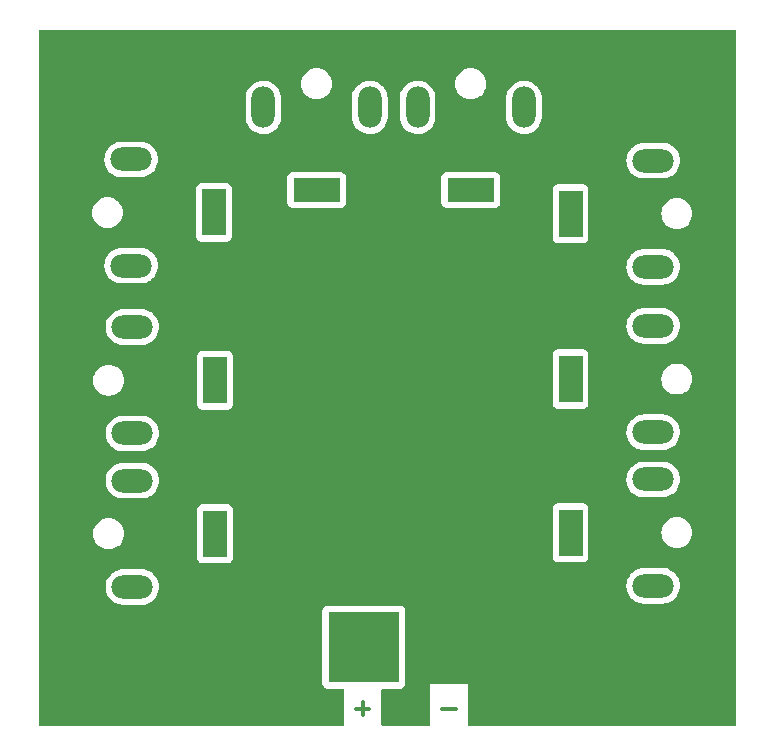
<source format=gbr>
%TF.GenerationSoftware,KiCad,Pcbnew,(6.0.9)*%
%TF.CreationDate,2023-01-22T15:50:23+02:00*%
%TF.ProjectId,Power for cam,506f7765-7220-4666-9f72-2063616d2e6b,rev?*%
%TF.SameCoordinates,Original*%
%TF.FileFunction,Copper,L2,Bot*%
%TF.FilePolarity,Positive*%
%FSLAX46Y46*%
G04 Gerber Fmt 4.6, Leading zero omitted, Abs format (unit mm)*
G04 Created by KiCad (PCBNEW (6.0.9)) date 2023-01-22 15:50:23*
%MOMM*%
%LPD*%
G01*
G04 APERTURE LIST*
%ADD10C,0.300000*%
%TA.AperFunction,NonConductor*%
%ADD11C,0.300000*%
%TD*%
%TA.AperFunction,ComponentPad*%
%ADD12R,4.000000X2.000000*%
%TD*%
%TA.AperFunction,ComponentPad*%
%ADD13O,3.300000X2.000000*%
%TD*%
%TA.AperFunction,ComponentPad*%
%ADD14O,2.000000X3.500000*%
%TD*%
%TA.AperFunction,ComponentPad*%
%ADD15R,2.000000X4.000000*%
%TD*%
%TA.AperFunction,ComponentPad*%
%ADD16O,2.000000X3.300000*%
%TD*%
%TA.AperFunction,ComponentPad*%
%ADD17O,3.500000X2.000000*%
%TD*%
%TA.AperFunction,ComponentPad*%
%ADD18C,6.000000*%
%TD*%
%TA.AperFunction,ComponentPad*%
%ADD19R,6.000000X6.000000*%
%TD*%
G04 APERTURE END LIST*
D10*
D11*
X178471428Y-118007142D02*
X177328571Y-118007142D01*
X177900000Y-118578571D02*
X177900000Y-117435714D01*
D10*
D11*
X185771428Y-118007142D02*
X184628571Y-118007142D01*
D12*
%TO.P,J9,1*%
%TO.N,/+*%
X174000000Y-74100000D03*
D13*
%TO.P,J9,2*%
%TO.N,/-*%
X174000000Y-68100000D03*
D14*
%TO.P,J9,MP*%
%TO.N,N/C*%
X169500000Y-67100000D03*
X178500000Y-67100000D03*
%TD*%
D15*
%TO.P,J5,1*%
%TO.N,/+*%
X195500000Y-90100000D03*
D16*
%TO.P,J5,2*%
%TO.N,/-*%
X201500000Y-90100000D03*
D17*
%TO.P,J5,MP*%
%TO.N,N/C*%
X202500000Y-85600000D03*
X202500000Y-94600000D03*
%TD*%
D18*
%TO.P,J1,N,NEG*%
%TO.N,/-*%
X185200000Y-112800000D03*
D19*
%TO.P,J1,P,POS*%
%TO.N,/+*%
X178000000Y-112800000D03*
%TD*%
D15*
%TO.P,J8,1*%
%TO.N,/+*%
X165300000Y-76000000D03*
D16*
%TO.P,J8,2*%
%TO.N,/-*%
X159300000Y-76000000D03*
D17*
%TO.P,J8,MP*%
%TO.N,N/C*%
X158300000Y-71500000D03*
X158300000Y-80500000D03*
%TD*%
D15*
%TO.P,J6,1*%
%TO.N,/+*%
X165400000Y-103200000D03*
D16*
%TO.P,J6,2*%
%TO.N,/-*%
X159400000Y-103200000D03*
D17*
%TO.P,J6,MP*%
%TO.N,N/C*%
X158400000Y-98700000D03*
X158400000Y-107700000D03*
%TD*%
D12*
%TO.P,J2,1*%
%TO.N,/+*%
X187050000Y-74100000D03*
D13*
%TO.P,J2,2*%
%TO.N,/-*%
X187050000Y-68100000D03*
D14*
%TO.P,J2,MP*%
%TO.N,N/C*%
X182550000Y-67100000D03*
X191550000Y-67100000D03*
%TD*%
D15*
%TO.P,J7,1*%
%TO.N,/+*%
X195500000Y-103100000D03*
D16*
%TO.P,J7,2*%
%TO.N,/-*%
X201500000Y-103100000D03*
D17*
%TO.P,J7,MP*%
%TO.N,N/C*%
X202500000Y-98600000D03*
X202500000Y-107600000D03*
%TD*%
D15*
%TO.P,J4,1*%
%TO.N,/+*%
X165400000Y-90200000D03*
D16*
%TO.P,J4,2*%
%TO.N,/-*%
X159400000Y-90200000D03*
D17*
%TO.P,J4,MP*%
%TO.N,N/C*%
X158400000Y-94700000D03*
X158400000Y-85700000D03*
%TD*%
D15*
%TO.P,J3,1*%
%TO.N,/+*%
X195500000Y-76100000D03*
D16*
%TO.P,J3,2*%
%TO.N,/-*%
X201500000Y-76100000D03*
D17*
%TO.P,J3,MP*%
%TO.N,N/C*%
X202500000Y-71600000D03*
X202500000Y-80600000D03*
%TD*%
%TA.AperFunction,Conductor*%
%TO.N,/-*%
G36*
X209433621Y-60528502D02*
G01*
X209480114Y-60582158D01*
X209491500Y-60634500D01*
X209491500Y-119365500D01*
X209471498Y-119433621D01*
X209417842Y-119480114D01*
X209365500Y-119491500D01*
X186913072Y-119491500D01*
X186844951Y-119471498D01*
X186798458Y-119417842D01*
X186787072Y-119365500D01*
X186787072Y-115959000D01*
X183612929Y-115959000D01*
X183612929Y-119365500D01*
X183592927Y-119433621D01*
X183539271Y-119480114D01*
X183486929Y-119491500D01*
X179613072Y-119491500D01*
X179544951Y-119471498D01*
X179498458Y-119417842D01*
X179487072Y-119365500D01*
X179487072Y-116434500D01*
X179507074Y-116366379D01*
X179560730Y-116319886D01*
X179613072Y-116308500D01*
X181048134Y-116308500D01*
X181110316Y-116301745D01*
X181246705Y-116250615D01*
X181363261Y-116163261D01*
X181450615Y-116046705D01*
X181501745Y-115910316D01*
X181508500Y-115848134D01*
X181508500Y-109751866D01*
X181501745Y-109689684D01*
X181450615Y-109553295D01*
X181363261Y-109436739D01*
X181246705Y-109349385D01*
X181110316Y-109298255D01*
X181048134Y-109291500D01*
X174951866Y-109291500D01*
X174889684Y-109298255D01*
X174753295Y-109349385D01*
X174636739Y-109436739D01*
X174549385Y-109553295D01*
X174498255Y-109689684D01*
X174491500Y-109751866D01*
X174491500Y-115848134D01*
X174498255Y-115910316D01*
X174549385Y-116046705D01*
X174636739Y-116163261D01*
X174753295Y-116250615D01*
X174889684Y-116301745D01*
X174951866Y-116308500D01*
X176186929Y-116308500D01*
X176255050Y-116328502D01*
X176301543Y-116382158D01*
X176312929Y-116434500D01*
X176312929Y-119365500D01*
X176292927Y-119433621D01*
X176239271Y-119480114D01*
X176186929Y-119491500D01*
X150634500Y-119491500D01*
X150566379Y-119471498D01*
X150519886Y-119417842D01*
X150508500Y-119365500D01*
X150508500Y-107752817D01*
X156137514Y-107752817D01*
X156138095Y-107757837D01*
X156138095Y-107757841D01*
X156154408Y-107898823D01*
X156165415Y-107993956D01*
X156166791Y-107998820D01*
X156166792Y-107998823D01*
X156204510Y-108132114D01*
X156231510Y-108227532D01*
X156233644Y-108232108D01*
X156233646Y-108232114D01*
X156290446Y-108353922D01*
X156334099Y-108447536D01*
X156336940Y-108451717D01*
X156336941Y-108451718D01*
X156345099Y-108463722D01*
X156470544Y-108648307D01*
X156637332Y-108824681D01*
X156641358Y-108827759D01*
X156641359Y-108827760D01*
X156826154Y-108969047D01*
X156826158Y-108969050D01*
X156830174Y-108972120D01*
X156834632Y-108974510D01*
X156834633Y-108974511D01*
X156945693Y-109034061D01*
X157044109Y-109086831D01*
X157273631Y-109165862D01*
X157372978Y-109183022D01*
X157508926Y-109206504D01*
X157508932Y-109206505D01*
X157512836Y-109207179D01*
X157516797Y-109207359D01*
X157516798Y-109207359D01*
X157540506Y-109208436D01*
X157540525Y-109208436D01*
X157541925Y-109208500D01*
X159211001Y-109208500D01*
X159213509Y-109208298D01*
X159213514Y-109208298D01*
X159386924Y-109194346D01*
X159386929Y-109194345D01*
X159391965Y-109193940D01*
X159396873Y-109192734D01*
X159396876Y-109192734D01*
X159622792Y-109137244D01*
X159627706Y-109136037D01*
X159632358Y-109134062D01*
X159632362Y-109134061D01*
X159793028Y-109065862D01*
X159851156Y-109041188D01*
X159957037Y-108974511D01*
X160052288Y-108914528D01*
X160052291Y-108914526D01*
X160056567Y-108911833D01*
X160155422Y-108824681D01*
X160234858Y-108754650D01*
X160234861Y-108754647D01*
X160238655Y-108751302D01*
X160241866Y-108747393D01*
X160389526Y-108567628D01*
X160389528Y-108567625D01*
X160392734Y-108563722D01*
X160514841Y-108353922D01*
X160519051Y-108342954D01*
X160600020Y-108132022D01*
X160600021Y-108132018D01*
X160601833Y-108127298D01*
X160651474Y-107889680D01*
X160662230Y-107652817D01*
X200237514Y-107652817D01*
X200238095Y-107657837D01*
X200238095Y-107657841D01*
X200264336Y-107884627D01*
X200265415Y-107893956D01*
X200266791Y-107898820D01*
X200266792Y-107898823D01*
X200312476Y-108060266D01*
X200331510Y-108127532D01*
X200333644Y-108132108D01*
X200333646Y-108132114D01*
X200390446Y-108253922D01*
X200434099Y-108347536D01*
X200570544Y-108548307D01*
X200737332Y-108724681D01*
X200741358Y-108727759D01*
X200741359Y-108727760D01*
X200926154Y-108869047D01*
X200926158Y-108869050D01*
X200930174Y-108872120D01*
X200934632Y-108874510D01*
X200934633Y-108874511D01*
X201053953Y-108938490D01*
X201144109Y-108986831D01*
X201373631Y-109065862D01*
X201472978Y-109083022D01*
X201608926Y-109106504D01*
X201608932Y-109106505D01*
X201612836Y-109107179D01*
X201616797Y-109107359D01*
X201616798Y-109107359D01*
X201640506Y-109108436D01*
X201640525Y-109108436D01*
X201641925Y-109108500D01*
X203311001Y-109108500D01*
X203313509Y-109108298D01*
X203313514Y-109108298D01*
X203486924Y-109094346D01*
X203486929Y-109094345D01*
X203491965Y-109093940D01*
X203496873Y-109092734D01*
X203496876Y-109092734D01*
X203722792Y-109037244D01*
X203727706Y-109036037D01*
X203732358Y-109034062D01*
X203732362Y-109034061D01*
X203946498Y-108943165D01*
X203951156Y-108941188D01*
X204057037Y-108874511D01*
X204152288Y-108814528D01*
X204152291Y-108814526D01*
X204156567Y-108811833D01*
X204221429Y-108754650D01*
X204334858Y-108654650D01*
X204334861Y-108654647D01*
X204338655Y-108651302D01*
X204410594Y-108563722D01*
X204489526Y-108467628D01*
X204489528Y-108467625D01*
X204492734Y-108463722D01*
X204614841Y-108253922D01*
X204701833Y-108027298D01*
X204751474Y-107789680D01*
X204762486Y-107547183D01*
X204761905Y-107542159D01*
X204735167Y-107311071D01*
X204735166Y-107311067D01*
X204734585Y-107306044D01*
X204723814Y-107267978D01*
X204669866Y-107077331D01*
X204668490Y-107072468D01*
X204666356Y-107067892D01*
X204666354Y-107067886D01*
X204568038Y-106857046D01*
X204568036Y-106857042D01*
X204565901Y-106852464D01*
X204557870Y-106840646D01*
X204500263Y-106755881D01*
X204429456Y-106651693D01*
X204262668Y-106475319D01*
X204204640Y-106430953D01*
X204073846Y-106330953D01*
X204073842Y-106330950D01*
X204069826Y-106327880D01*
X204039319Y-106311522D01*
X203860352Y-106215561D01*
X203855891Y-106213169D01*
X203626369Y-106134138D01*
X203527022Y-106116978D01*
X203391074Y-106093496D01*
X203391068Y-106093495D01*
X203387164Y-106092821D01*
X203383203Y-106092641D01*
X203383202Y-106092641D01*
X203359494Y-106091564D01*
X203359475Y-106091564D01*
X203358075Y-106091500D01*
X201688999Y-106091500D01*
X201686491Y-106091702D01*
X201686486Y-106091702D01*
X201513076Y-106105654D01*
X201513071Y-106105655D01*
X201508035Y-106106060D01*
X201503127Y-106107266D01*
X201503124Y-106107266D01*
X201387007Y-106135787D01*
X201272294Y-106163963D01*
X201267642Y-106165938D01*
X201267638Y-106165939D01*
X201160252Y-106211522D01*
X201048844Y-106258812D01*
X201037527Y-106265939D01*
X200847712Y-106385472D01*
X200847709Y-106385474D01*
X200843433Y-106388167D01*
X200839639Y-106391512D01*
X200665142Y-106545350D01*
X200665139Y-106545353D01*
X200661345Y-106548698D01*
X200658135Y-106552606D01*
X200658134Y-106552607D01*
X200575994Y-106652607D01*
X200507266Y-106736278D01*
X200385159Y-106946078D01*
X200383346Y-106950801D01*
X200300016Y-107167886D01*
X200298167Y-107172702D01*
X200248526Y-107410320D01*
X200237514Y-107652817D01*
X160662230Y-107652817D01*
X160662486Y-107647183D01*
X160661905Y-107642159D01*
X160635167Y-107411071D01*
X160635166Y-107411067D01*
X160634585Y-107406044D01*
X160607711Y-107311071D01*
X160569866Y-107177331D01*
X160568490Y-107172468D01*
X160566356Y-107167892D01*
X160566354Y-107167886D01*
X160468038Y-106957046D01*
X160468036Y-106957042D01*
X160465901Y-106952464D01*
X160329456Y-106751693D01*
X160162668Y-106575319D01*
X160123470Y-106545350D01*
X159973846Y-106430953D01*
X159973842Y-106430950D01*
X159969826Y-106427880D01*
X159890736Y-106385472D01*
X159760352Y-106315561D01*
X159755891Y-106313169D01*
X159526369Y-106234138D01*
X159395434Y-106211522D01*
X159291074Y-106193496D01*
X159291068Y-106193495D01*
X159287164Y-106192821D01*
X159283203Y-106192641D01*
X159283202Y-106192641D01*
X159259494Y-106191564D01*
X159259475Y-106191564D01*
X159258075Y-106191500D01*
X157588999Y-106191500D01*
X157586491Y-106191702D01*
X157586486Y-106191702D01*
X157413076Y-106205654D01*
X157413071Y-106205655D01*
X157408035Y-106206060D01*
X157403127Y-106207266D01*
X157403124Y-106207266D01*
X157287007Y-106235787D01*
X157172294Y-106263963D01*
X157167642Y-106265938D01*
X157167638Y-106265939D01*
X157060252Y-106311522D01*
X156948844Y-106358812D01*
X156944560Y-106361510D01*
X156747712Y-106485472D01*
X156747709Y-106485474D01*
X156743433Y-106488167D01*
X156739639Y-106491512D01*
X156565142Y-106645350D01*
X156565139Y-106645353D01*
X156561345Y-106648698D01*
X156558135Y-106652606D01*
X156558134Y-106652607D01*
X156485819Y-106740646D01*
X156407266Y-106836278D01*
X156285159Y-107046078D01*
X156198167Y-107272702D01*
X156148526Y-107510320D01*
X156137514Y-107752817D01*
X150508500Y-107752817D01*
X150508500Y-105248134D01*
X163891500Y-105248134D01*
X163898255Y-105310316D01*
X163949385Y-105446705D01*
X164036739Y-105563261D01*
X164153295Y-105650615D01*
X164289684Y-105701745D01*
X164351866Y-105708500D01*
X166448134Y-105708500D01*
X166510316Y-105701745D01*
X166646705Y-105650615D01*
X166763261Y-105563261D01*
X166850615Y-105446705D01*
X166901745Y-105310316D01*
X166908500Y-105248134D01*
X166908500Y-105148134D01*
X193991500Y-105148134D01*
X193998255Y-105210316D01*
X194049385Y-105346705D01*
X194136739Y-105463261D01*
X194253295Y-105550615D01*
X194389684Y-105601745D01*
X194451866Y-105608500D01*
X196548134Y-105608500D01*
X196610316Y-105601745D01*
X196746705Y-105550615D01*
X196863261Y-105463261D01*
X196950615Y-105346705D01*
X197001745Y-105210316D01*
X197008500Y-105148134D01*
X197008500Y-103100000D01*
X203186502Y-103100000D01*
X203206457Y-103328087D01*
X203265716Y-103549243D01*
X203268039Y-103554224D01*
X203268039Y-103554225D01*
X203360151Y-103751762D01*
X203360154Y-103751767D01*
X203362477Y-103756749D01*
X203493802Y-103944300D01*
X203655700Y-104106198D01*
X203660208Y-104109355D01*
X203660211Y-104109357D01*
X203738389Y-104164098D01*
X203843251Y-104237523D01*
X203848233Y-104239846D01*
X203848238Y-104239849D01*
X204045775Y-104331961D01*
X204050757Y-104334284D01*
X204056065Y-104335706D01*
X204056067Y-104335707D01*
X204266598Y-104392119D01*
X204266600Y-104392119D01*
X204271913Y-104393543D01*
X204371480Y-104402254D01*
X204440149Y-104408262D01*
X204440156Y-104408262D01*
X204442873Y-104408500D01*
X204557127Y-104408500D01*
X204559844Y-104408262D01*
X204559851Y-104408262D01*
X204628520Y-104402254D01*
X204728087Y-104393543D01*
X204733400Y-104392119D01*
X204733402Y-104392119D01*
X204943933Y-104335707D01*
X204943935Y-104335706D01*
X204949243Y-104334284D01*
X204954225Y-104331961D01*
X205151762Y-104239849D01*
X205151767Y-104239846D01*
X205156749Y-104237523D01*
X205261611Y-104164098D01*
X205339789Y-104109357D01*
X205339792Y-104109355D01*
X205344300Y-104106198D01*
X205506198Y-103944300D01*
X205637523Y-103756749D01*
X205639846Y-103751767D01*
X205639849Y-103751762D01*
X205731961Y-103554225D01*
X205731961Y-103554224D01*
X205734284Y-103549243D01*
X205793543Y-103328087D01*
X205813498Y-103100000D01*
X205793543Y-102871913D01*
X205734284Y-102650757D01*
X205686479Y-102548238D01*
X205639849Y-102448238D01*
X205639846Y-102448233D01*
X205637523Y-102443251D01*
X205506198Y-102255700D01*
X205344300Y-102093802D01*
X205339792Y-102090645D01*
X205339789Y-102090643D01*
X205164692Y-101968039D01*
X205156749Y-101962477D01*
X205151767Y-101960154D01*
X205151762Y-101960151D01*
X204954225Y-101868039D01*
X204954224Y-101868039D01*
X204949243Y-101865716D01*
X204943935Y-101864294D01*
X204943933Y-101864293D01*
X204733402Y-101807881D01*
X204733400Y-101807881D01*
X204728087Y-101806457D01*
X204628520Y-101797746D01*
X204559851Y-101791738D01*
X204559844Y-101791738D01*
X204557127Y-101791500D01*
X204442873Y-101791500D01*
X204440156Y-101791738D01*
X204440149Y-101791738D01*
X204371480Y-101797746D01*
X204271913Y-101806457D01*
X204266600Y-101807881D01*
X204266598Y-101807881D01*
X204056067Y-101864293D01*
X204056065Y-101864294D01*
X204050757Y-101865716D01*
X204045776Y-101868039D01*
X204045775Y-101868039D01*
X203848238Y-101960151D01*
X203848233Y-101960154D01*
X203843251Y-101962477D01*
X203835308Y-101968039D01*
X203660211Y-102090643D01*
X203660208Y-102090645D01*
X203655700Y-102093802D01*
X203493802Y-102255700D01*
X203362477Y-102443251D01*
X203360154Y-102448233D01*
X203360151Y-102448238D01*
X203313521Y-102548238D01*
X203265716Y-102650757D01*
X203206457Y-102871913D01*
X203186502Y-103100000D01*
X197008500Y-103100000D01*
X197008500Y-101051866D01*
X197001745Y-100989684D01*
X196950615Y-100853295D01*
X196863261Y-100736739D01*
X196746705Y-100649385D01*
X196610316Y-100598255D01*
X196548134Y-100591500D01*
X194451866Y-100591500D01*
X194389684Y-100598255D01*
X194253295Y-100649385D01*
X194136739Y-100736739D01*
X194049385Y-100853295D01*
X193998255Y-100989684D01*
X193991500Y-101051866D01*
X193991500Y-105148134D01*
X166908500Y-105148134D01*
X166908500Y-101151866D01*
X166901745Y-101089684D01*
X166850615Y-100953295D01*
X166763261Y-100836739D01*
X166646705Y-100749385D01*
X166510316Y-100698255D01*
X166448134Y-100691500D01*
X164351866Y-100691500D01*
X164289684Y-100698255D01*
X164153295Y-100749385D01*
X164036739Y-100836739D01*
X163949385Y-100953295D01*
X163898255Y-101089684D01*
X163891500Y-101151866D01*
X163891500Y-105248134D01*
X150508500Y-105248134D01*
X150508500Y-103200000D01*
X155086502Y-103200000D01*
X155106457Y-103428087D01*
X155165716Y-103649243D01*
X155168039Y-103654224D01*
X155168039Y-103654225D01*
X155260151Y-103851762D01*
X155260154Y-103851767D01*
X155262477Y-103856749D01*
X155393802Y-104044300D01*
X155555700Y-104206198D01*
X155560208Y-104209355D01*
X155560211Y-104209357D01*
X155603758Y-104239849D01*
X155743251Y-104337523D01*
X155748233Y-104339846D01*
X155748238Y-104339849D01*
X155945775Y-104431961D01*
X155950757Y-104434284D01*
X155956065Y-104435706D01*
X155956067Y-104435707D01*
X156166598Y-104492119D01*
X156166600Y-104492119D01*
X156171913Y-104493543D01*
X156271480Y-104502254D01*
X156340149Y-104508262D01*
X156340156Y-104508262D01*
X156342873Y-104508500D01*
X156457127Y-104508500D01*
X156459844Y-104508262D01*
X156459851Y-104508262D01*
X156528520Y-104502254D01*
X156628087Y-104493543D01*
X156633400Y-104492119D01*
X156633402Y-104492119D01*
X156843933Y-104435707D01*
X156843935Y-104435706D01*
X156849243Y-104434284D01*
X156854225Y-104431961D01*
X157051762Y-104339849D01*
X157051767Y-104339846D01*
X157056749Y-104337523D01*
X157196242Y-104239849D01*
X157239789Y-104209357D01*
X157239792Y-104209355D01*
X157244300Y-104206198D01*
X157406198Y-104044300D01*
X157537523Y-103856749D01*
X157539846Y-103851767D01*
X157539849Y-103851762D01*
X157631961Y-103654225D01*
X157631961Y-103654224D01*
X157634284Y-103649243D01*
X157693543Y-103428087D01*
X157713498Y-103200000D01*
X157693543Y-102971913D01*
X157634284Y-102750757D01*
X157587654Y-102650757D01*
X157539849Y-102548238D01*
X157539846Y-102548233D01*
X157537523Y-102543251D01*
X157406198Y-102355700D01*
X157244300Y-102193802D01*
X157239792Y-102190645D01*
X157239789Y-102190643D01*
X157107051Y-102097699D01*
X157056749Y-102062477D01*
X157051767Y-102060154D01*
X157051762Y-102060151D01*
X156854225Y-101968039D01*
X156854224Y-101968039D01*
X156849243Y-101965716D01*
X156843935Y-101964294D01*
X156843933Y-101964293D01*
X156633402Y-101907881D01*
X156633400Y-101907881D01*
X156628087Y-101906457D01*
X156528520Y-101897746D01*
X156459851Y-101891738D01*
X156459844Y-101891738D01*
X156457127Y-101891500D01*
X156342873Y-101891500D01*
X156340156Y-101891738D01*
X156340149Y-101891738D01*
X156271480Y-101897746D01*
X156171913Y-101906457D01*
X156166600Y-101907881D01*
X156166598Y-101907881D01*
X155956067Y-101964293D01*
X155956065Y-101964294D01*
X155950757Y-101965716D01*
X155945776Y-101968039D01*
X155945775Y-101968039D01*
X155748238Y-102060151D01*
X155748233Y-102060154D01*
X155743251Y-102062477D01*
X155692949Y-102097699D01*
X155560211Y-102190643D01*
X155560208Y-102190645D01*
X155555700Y-102193802D01*
X155393802Y-102355700D01*
X155262477Y-102543251D01*
X155260154Y-102548233D01*
X155260151Y-102548238D01*
X155212346Y-102650757D01*
X155165716Y-102750757D01*
X155106457Y-102971913D01*
X155086502Y-103200000D01*
X150508500Y-103200000D01*
X150508500Y-98752817D01*
X156137514Y-98752817D01*
X156138095Y-98757837D01*
X156138095Y-98757841D01*
X156154408Y-98898823D01*
X156165415Y-98993956D01*
X156166791Y-98998820D01*
X156166792Y-98998823D01*
X156204510Y-99132114D01*
X156231510Y-99227532D01*
X156233644Y-99232108D01*
X156233646Y-99232114D01*
X156290446Y-99353922D01*
X156334099Y-99447536D01*
X156336940Y-99451717D01*
X156336941Y-99451718D01*
X156345099Y-99463722D01*
X156470544Y-99648307D01*
X156637332Y-99824681D01*
X156641358Y-99827759D01*
X156641359Y-99827760D01*
X156826154Y-99969047D01*
X156826158Y-99969050D01*
X156830174Y-99972120D01*
X156834632Y-99974510D01*
X156834633Y-99974511D01*
X156945693Y-100034061D01*
X157044109Y-100086831D01*
X157273631Y-100165862D01*
X157372978Y-100183022D01*
X157508926Y-100206504D01*
X157508932Y-100206505D01*
X157512836Y-100207179D01*
X157516797Y-100207359D01*
X157516798Y-100207359D01*
X157540506Y-100208436D01*
X157540525Y-100208436D01*
X157541925Y-100208500D01*
X159211001Y-100208500D01*
X159213509Y-100208298D01*
X159213514Y-100208298D01*
X159386924Y-100194346D01*
X159386929Y-100194345D01*
X159391965Y-100193940D01*
X159396873Y-100192734D01*
X159396876Y-100192734D01*
X159622792Y-100137244D01*
X159627706Y-100136037D01*
X159632358Y-100134062D01*
X159632362Y-100134061D01*
X159793028Y-100065862D01*
X159851156Y-100041188D01*
X159957037Y-99974511D01*
X160052288Y-99914528D01*
X160052291Y-99914526D01*
X160056567Y-99911833D01*
X160155422Y-99824681D01*
X160234858Y-99754650D01*
X160234861Y-99754647D01*
X160238655Y-99751302D01*
X160241866Y-99747393D01*
X160389526Y-99567628D01*
X160389528Y-99567625D01*
X160392734Y-99563722D01*
X160514841Y-99353922D01*
X160519051Y-99342954D01*
X160600020Y-99132022D01*
X160600021Y-99132018D01*
X160601833Y-99127298D01*
X160651474Y-98889680D01*
X160662230Y-98652817D01*
X200237514Y-98652817D01*
X200238095Y-98657837D01*
X200238095Y-98657841D01*
X200264336Y-98884627D01*
X200265415Y-98893956D01*
X200266791Y-98898820D01*
X200266792Y-98898823D01*
X200312476Y-99060266D01*
X200331510Y-99127532D01*
X200333644Y-99132108D01*
X200333646Y-99132114D01*
X200390446Y-99253922D01*
X200434099Y-99347536D01*
X200570544Y-99548307D01*
X200737332Y-99724681D01*
X200741358Y-99727759D01*
X200741359Y-99727760D01*
X200926154Y-99869047D01*
X200926158Y-99869050D01*
X200930174Y-99872120D01*
X200934632Y-99874510D01*
X200934633Y-99874511D01*
X201053953Y-99938490D01*
X201144109Y-99986831D01*
X201373631Y-100065862D01*
X201472978Y-100083022D01*
X201608926Y-100106504D01*
X201608932Y-100106505D01*
X201612836Y-100107179D01*
X201616797Y-100107359D01*
X201616798Y-100107359D01*
X201640506Y-100108436D01*
X201640525Y-100108436D01*
X201641925Y-100108500D01*
X203311001Y-100108500D01*
X203313509Y-100108298D01*
X203313514Y-100108298D01*
X203486924Y-100094346D01*
X203486929Y-100094345D01*
X203491965Y-100093940D01*
X203496873Y-100092734D01*
X203496876Y-100092734D01*
X203722792Y-100037244D01*
X203727706Y-100036037D01*
X203732358Y-100034062D01*
X203732362Y-100034061D01*
X203946498Y-99943165D01*
X203951156Y-99941188D01*
X204057037Y-99874511D01*
X204152288Y-99814528D01*
X204152291Y-99814526D01*
X204156567Y-99811833D01*
X204221429Y-99754650D01*
X204334858Y-99654650D01*
X204334861Y-99654647D01*
X204338655Y-99651302D01*
X204410594Y-99563722D01*
X204489526Y-99467628D01*
X204489528Y-99467625D01*
X204492734Y-99463722D01*
X204614841Y-99253922D01*
X204701833Y-99027298D01*
X204751474Y-98789680D01*
X204762486Y-98547183D01*
X204761905Y-98542159D01*
X204735167Y-98311071D01*
X204735166Y-98311067D01*
X204734585Y-98306044D01*
X204723814Y-98267978D01*
X204669866Y-98077331D01*
X204668490Y-98072468D01*
X204666356Y-98067892D01*
X204666354Y-98067886D01*
X204568038Y-97857046D01*
X204568036Y-97857042D01*
X204565901Y-97852464D01*
X204557870Y-97840646D01*
X204500263Y-97755881D01*
X204429456Y-97651693D01*
X204262668Y-97475319D01*
X204204640Y-97430953D01*
X204073846Y-97330953D01*
X204073842Y-97330950D01*
X204069826Y-97327880D01*
X204039319Y-97311522D01*
X203860352Y-97215561D01*
X203855891Y-97213169D01*
X203626369Y-97134138D01*
X203527022Y-97116978D01*
X203391074Y-97093496D01*
X203391068Y-97093495D01*
X203387164Y-97092821D01*
X203383203Y-97092641D01*
X203383202Y-97092641D01*
X203359494Y-97091564D01*
X203359475Y-97091564D01*
X203358075Y-97091500D01*
X201688999Y-97091500D01*
X201686491Y-97091702D01*
X201686486Y-97091702D01*
X201513076Y-97105654D01*
X201513071Y-97105655D01*
X201508035Y-97106060D01*
X201503127Y-97107266D01*
X201503124Y-97107266D01*
X201387007Y-97135787D01*
X201272294Y-97163963D01*
X201267642Y-97165938D01*
X201267638Y-97165939D01*
X201160252Y-97211522D01*
X201048844Y-97258812D01*
X201037527Y-97265939D01*
X200847712Y-97385472D01*
X200847709Y-97385474D01*
X200843433Y-97388167D01*
X200839639Y-97391512D01*
X200665142Y-97545350D01*
X200665139Y-97545353D01*
X200661345Y-97548698D01*
X200658135Y-97552606D01*
X200658134Y-97552607D01*
X200575994Y-97652607D01*
X200507266Y-97736278D01*
X200385159Y-97946078D01*
X200383346Y-97950801D01*
X200300016Y-98167886D01*
X200298167Y-98172702D01*
X200248526Y-98410320D01*
X200237514Y-98652817D01*
X160662230Y-98652817D01*
X160662486Y-98647183D01*
X160661905Y-98642159D01*
X160635167Y-98411071D01*
X160635166Y-98411067D01*
X160634585Y-98406044D01*
X160607711Y-98311071D01*
X160569866Y-98177331D01*
X160568490Y-98172468D01*
X160566356Y-98167892D01*
X160566354Y-98167886D01*
X160468038Y-97957046D01*
X160468036Y-97957042D01*
X160465901Y-97952464D01*
X160329456Y-97751693D01*
X160162668Y-97575319D01*
X160123470Y-97545350D01*
X159973846Y-97430953D01*
X159973842Y-97430950D01*
X159969826Y-97427880D01*
X159890736Y-97385472D01*
X159760352Y-97315561D01*
X159755891Y-97313169D01*
X159526369Y-97234138D01*
X159395434Y-97211522D01*
X159291074Y-97193496D01*
X159291068Y-97193495D01*
X159287164Y-97192821D01*
X159283203Y-97192641D01*
X159283202Y-97192641D01*
X159259494Y-97191564D01*
X159259475Y-97191564D01*
X159258075Y-97191500D01*
X157588999Y-97191500D01*
X157586491Y-97191702D01*
X157586486Y-97191702D01*
X157413076Y-97205654D01*
X157413071Y-97205655D01*
X157408035Y-97206060D01*
X157403127Y-97207266D01*
X157403124Y-97207266D01*
X157287007Y-97235787D01*
X157172294Y-97263963D01*
X157167642Y-97265938D01*
X157167638Y-97265939D01*
X157060252Y-97311522D01*
X156948844Y-97358812D01*
X156944560Y-97361510D01*
X156747712Y-97485472D01*
X156747709Y-97485474D01*
X156743433Y-97488167D01*
X156739639Y-97491512D01*
X156565142Y-97645350D01*
X156565139Y-97645353D01*
X156561345Y-97648698D01*
X156558135Y-97652606D01*
X156558134Y-97652607D01*
X156485819Y-97740646D01*
X156407266Y-97836278D01*
X156285159Y-98046078D01*
X156198167Y-98272702D01*
X156148526Y-98510320D01*
X156137514Y-98752817D01*
X150508500Y-98752817D01*
X150508500Y-94752817D01*
X156137514Y-94752817D01*
X156138095Y-94757837D01*
X156138095Y-94757841D01*
X156154408Y-94898823D01*
X156165415Y-94993956D01*
X156166791Y-94998820D01*
X156166792Y-94998823D01*
X156204510Y-95132114D01*
X156231510Y-95227532D01*
X156233644Y-95232108D01*
X156233646Y-95232114D01*
X156290446Y-95353922D01*
X156334099Y-95447536D01*
X156336940Y-95451717D01*
X156336941Y-95451718D01*
X156345099Y-95463722D01*
X156470544Y-95648307D01*
X156637332Y-95824681D01*
X156641358Y-95827759D01*
X156641359Y-95827760D01*
X156826154Y-95969047D01*
X156826158Y-95969050D01*
X156830174Y-95972120D01*
X156834632Y-95974510D01*
X156834633Y-95974511D01*
X156945693Y-96034061D01*
X157044109Y-96086831D01*
X157273631Y-96165862D01*
X157372978Y-96183022D01*
X157508926Y-96206504D01*
X157508932Y-96206505D01*
X157512836Y-96207179D01*
X157516797Y-96207359D01*
X157516798Y-96207359D01*
X157540506Y-96208436D01*
X157540525Y-96208436D01*
X157541925Y-96208500D01*
X159211001Y-96208500D01*
X159213509Y-96208298D01*
X159213514Y-96208298D01*
X159386924Y-96194346D01*
X159386929Y-96194345D01*
X159391965Y-96193940D01*
X159396873Y-96192734D01*
X159396876Y-96192734D01*
X159622792Y-96137244D01*
X159627706Y-96136037D01*
X159632358Y-96134062D01*
X159632362Y-96134061D01*
X159793028Y-96065862D01*
X159851156Y-96041188D01*
X159957037Y-95974511D01*
X160052288Y-95914528D01*
X160052291Y-95914526D01*
X160056567Y-95911833D01*
X160155422Y-95824681D01*
X160234858Y-95754650D01*
X160234861Y-95754647D01*
X160238655Y-95751302D01*
X160241866Y-95747393D01*
X160389526Y-95567628D01*
X160389528Y-95567625D01*
X160392734Y-95563722D01*
X160514841Y-95353922D01*
X160519051Y-95342954D01*
X160600020Y-95132022D01*
X160600021Y-95132018D01*
X160601833Y-95127298D01*
X160651474Y-94889680D01*
X160662230Y-94652817D01*
X200237514Y-94652817D01*
X200238095Y-94657837D01*
X200238095Y-94657841D01*
X200264336Y-94884627D01*
X200265415Y-94893956D01*
X200266791Y-94898820D01*
X200266792Y-94898823D01*
X200312476Y-95060266D01*
X200331510Y-95127532D01*
X200333644Y-95132108D01*
X200333646Y-95132114D01*
X200390446Y-95253922D01*
X200434099Y-95347536D01*
X200570544Y-95548307D01*
X200737332Y-95724681D01*
X200741358Y-95727759D01*
X200741359Y-95727760D01*
X200926154Y-95869047D01*
X200926158Y-95869050D01*
X200930174Y-95872120D01*
X200934632Y-95874510D01*
X200934633Y-95874511D01*
X201053953Y-95938490D01*
X201144109Y-95986831D01*
X201373631Y-96065862D01*
X201472978Y-96083022D01*
X201608926Y-96106504D01*
X201608932Y-96106505D01*
X201612836Y-96107179D01*
X201616797Y-96107359D01*
X201616798Y-96107359D01*
X201640506Y-96108436D01*
X201640525Y-96108436D01*
X201641925Y-96108500D01*
X203311001Y-96108500D01*
X203313509Y-96108298D01*
X203313514Y-96108298D01*
X203486924Y-96094346D01*
X203486929Y-96094345D01*
X203491965Y-96093940D01*
X203496873Y-96092734D01*
X203496876Y-96092734D01*
X203722792Y-96037244D01*
X203727706Y-96036037D01*
X203732358Y-96034062D01*
X203732362Y-96034061D01*
X203946498Y-95943165D01*
X203951156Y-95941188D01*
X204057037Y-95874511D01*
X204152288Y-95814528D01*
X204152291Y-95814526D01*
X204156567Y-95811833D01*
X204221429Y-95754650D01*
X204334858Y-95654650D01*
X204334861Y-95654647D01*
X204338655Y-95651302D01*
X204410594Y-95563722D01*
X204489526Y-95467628D01*
X204489528Y-95467625D01*
X204492734Y-95463722D01*
X204614841Y-95253922D01*
X204701833Y-95027298D01*
X204751474Y-94789680D01*
X204762486Y-94547183D01*
X204761905Y-94542159D01*
X204735167Y-94311071D01*
X204735166Y-94311067D01*
X204734585Y-94306044D01*
X204723814Y-94267978D01*
X204669866Y-94077331D01*
X204668490Y-94072468D01*
X204666356Y-94067892D01*
X204666354Y-94067886D01*
X204568038Y-93857046D01*
X204568036Y-93857042D01*
X204565901Y-93852464D01*
X204557870Y-93840646D01*
X204500263Y-93755881D01*
X204429456Y-93651693D01*
X204262668Y-93475319D01*
X204204640Y-93430953D01*
X204073846Y-93330953D01*
X204073842Y-93330950D01*
X204069826Y-93327880D01*
X204039319Y-93311522D01*
X203860352Y-93215561D01*
X203855891Y-93213169D01*
X203626369Y-93134138D01*
X203527022Y-93116978D01*
X203391074Y-93093496D01*
X203391068Y-93093495D01*
X203387164Y-93092821D01*
X203383203Y-93092641D01*
X203383202Y-93092641D01*
X203359494Y-93091564D01*
X203359475Y-93091564D01*
X203358075Y-93091500D01*
X201688999Y-93091500D01*
X201686491Y-93091702D01*
X201686486Y-93091702D01*
X201513076Y-93105654D01*
X201513071Y-93105655D01*
X201508035Y-93106060D01*
X201503127Y-93107266D01*
X201503124Y-93107266D01*
X201387007Y-93135787D01*
X201272294Y-93163963D01*
X201267642Y-93165938D01*
X201267638Y-93165939D01*
X201160252Y-93211522D01*
X201048844Y-93258812D01*
X201037527Y-93265939D01*
X200847712Y-93385472D01*
X200847709Y-93385474D01*
X200843433Y-93388167D01*
X200839639Y-93391512D01*
X200665142Y-93545350D01*
X200665139Y-93545353D01*
X200661345Y-93548698D01*
X200658135Y-93552606D01*
X200658134Y-93552607D01*
X200575994Y-93652607D01*
X200507266Y-93736278D01*
X200385159Y-93946078D01*
X200383346Y-93950801D01*
X200300016Y-94167886D01*
X200298167Y-94172702D01*
X200248526Y-94410320D01*
X200237514Y-94652817D01*
X160662230Y-94652817D01*
X160662486Y-94647183D01*
X160661905Y-94642159D01*
X160635167Y-94411071D01*
X160635166Y-94411067D01*
X160634585Y-94406044D01*
X160607711Y-94311071D01*
X160569866Y-94177331D01*
X160568490Y-94172468D01*
X160566356Y-94167892D01*
X160566354Y-94167886D01*
X160468038Y-93957046D01*
X160468036Y-93957042D01*
X160465901Y-93952464D01*
X160329456Y-93751693D01*
X160162668Y-93575319D01*
X160123470Y-93545350D01*
X159973846Y-93430953D01*
X159973842Y-93430950D01*
X159969826Y-93427880D01*
X159890736Y-93385472D01*
X159760352Y-93315561D01*
X159755891Y-93313169D01*
X159526369Y-93234138D01*
X159395434Y-93211522D01*
X159291074Y-93193496D01*
X159291068Y-93193495D01*
X159287164Y-93192821D01*
X159283203Y-93192641D01*
X159283202Y-93192641D01*
X159259494Y-93191564D01*
X159259475Y-93191564D01*
X159258075Y-93191500D01*
X157588999Y-93191500D01*
X157586491Y-93191702D01*
X157586486Y-93191702D01*
X157413076Y-93205654D01*
X157413071Y-93205655D01*
X157408035Y-93206060D01*
X157403127Y-93207266D01*
X157403124Y-93207266D01*
X157287007Y-93235787D01*
X157172294Y-93263963D01*
X157167642Y-93265938D01*
X157167638Y-93265939D01*
X157060252Y-93311522D01*
X156948844Y-93358812D01*
X156944560Y-93361510D01*
X156747712Y-93485472D01*
X156747709Y-93485474D01*
X156743433Y-93488167D01*
X156739639Y-93491512D01*
X156565142Y-93645350D01*
X156565139Y-93645353D01*
X156561345Y-93648698D01*
X156558135Y-93652606D01*
X156558134Y-93652607D01*
X156485819Y-93740646D01*
X156407266Y-93836278D01*
X156285159Y-94046078D01*
X156198167Y-94272702D01*
X156148526Y-94510320D01*
X156137514Y-94752817D01*
X150508500Y-94752817D01*
X150508500Y-92248134D01*
X163891500Y-92248134D01*
X163898255Y-92310316D01*
X163949385Y-92446705D01*
X164036739Y-92563261D01*
X164153295Y-92650615D01*
X164289684Y-92701745D01*
X164351866Y-92708500D01*
X166448134Y-92708500D01*
X166510316Y-92701745D01*
X166646705Y-92650615D01*
X166763261Y-92563261D01*
X166850615Y-92446705D01*
X166901745Y-92310316D01*
X166908500Y-92248134D01*
X166908500Y-92148134D01*
X193991500Y-92148134D01*
X193998255Y-92210316D01*
X194049385Y-92346705D01*
X194136739Y-92463261D01*
X194253295Y-92550615D01*
X194389684Y-92601745D01*
X194451866Y-92608500D01*
X196548134Y-92608500D01*
X196610316Y-92601745D01*
X196746705Y-92550615D01*
X196863261Y-92463261D01*
X196950615Y-92346705D01*
X197001745Y-92210316D01*
X197008500Y-92148134D01*
X197008500Y-90100000D01*
X203186502Y-90100000D01*
X203206457Y-90328087D01*
X203265716Y-90549243D01*
X203268039Y-90554224D01*
X203268039Y-90554225D01*
X203360151Y-90751762D01*
X203360154Y-90751767D01*
X203362477Y-90756749D01*
X203493802Y-90944300D01*
X203655700Y-91106198D01*
X203660208Y-91109355D01*
X203660211Y-91109357D01*
X203738389Y-91164098D01*
X203843251Y-91237523D01*
X203848233Y-91239846D01*
X203848238Y-91239849D01*
X204045775Y-91331961D01*
X204050757Y-91334284D01*
X204056065Y-91335706D01*
X204056067Y-91335707D01*
X204266598Y-91392119D01*
X204266600Y-91392119D01*
X204271913Y-91393543D01*
X204371480Y-91402254D01*
X204440149Y-91408262D01*
X204440156Y-91408262D01*
X204442873Y-91408500D01*
X204557127Y-91408500D01*
X204559844Y-91408262D01*
X204559851Y-91408262D01*
X204628520Y-91402254D01*
X204728087Y-91393543D01*
X204733400Y-91392119D01*
X204733402Y-91392119D01*
X204943933Y-91335707D01*
X204943935Y-91335706D01*
X204949243Y-91334284D01*
X204954225Y-91331961D01*
X205151762Y-91239849D01*
X205151767Y-91239846D01*
X205156749Y-91237523D01*
X205261611Y-91164098D01*
X205339789Y-91109357D01*
X205339792Y-91109355D01*
X205344300Y-91106198D01*
X205506198Y-90944300D01*
X205637523Y-90756749D01*
X205639846Y-90751767D01*
X205639849Y-90751762D01*
X205731961Y-90554225D01*
X205731961Y-90554224D01*
X205734284Y-90549243D01*
X205793543Y-90328087D01*
X205813498Y-90100000D01*
X205793543Y-89871913D01*
X205734284Y-89650757D01*
X205686479Y-89548238D01*
X205639849Y-89448238D01*
X205639846Y-89448233D01*
X205637523Y-89443251D01*
X205506198Y-89255700D01*
X205344300Y-89093802D01*
X205339792Y-89090645D01*
X205339789Y-89090643D01*
X205164692Y-88968039D01*
X205156749Y-88962477D01*
X205151767Y-88960154D01*
X205151762Y-88960151D01*
X204954225Y-88868039D01*
X204954224Y-88868039D01*
X204949243Y-88865716D01*
X204943935Y-88864294D01*
X204943933Y-88864293D01*
X204733402Y-88807881D01*
X204733400Y-88807881D01*
X204728087Y-88806457D01*
X204628520Y-88797746D01*
X204559851Y-88791738D01*
X204559844Y-88791738D01*
X204557127Y-88791500D01*
X204442873Y-88791500D01*
X204440156Y-88791738D01*
X204440149Y-88791738D01*
X204371480Y-88797746D01*
X204271913Y-88806457D01*
X204266600Y-88807881D01*
X204266598Y-88807881D01*
X204056067Y-88864293D01*
X204056065Y-88864294D01*
X204050757Y-88865716D01*
X204045776Y-88868039D01*
X204045775Y-88868039D01*
X203848238Y-88960151D01*
X203848233Y-88960154D01*
X203843251Y-88962477D01*
X203835308Y-88968039D01*
X203660211Y-89090643D01*
X203660208Y-89090645D01*
X203655700Y-89093802D01*
X203493802Y-89255700D01*
X203362477Y-89443251D01*
X203360154Y-89448233D01*
X203360151Y-89448238D01*
X203313521Y-89548238D01*
X203265716Y-89650757D01*
X203206457Y-89871913D01*
X203186502Y-90100000D01*
X197008500Y-90100000D01*
X197008500Y-88051866D01*
X197001745Y-87989684D01*
X196950615Y-87853295D01*
X196863261Y-87736739D01*
X196746705Y-87649385D01*
X196610316Y-87598255D01*
X196548134Y-87591500D01*
X194451866Y-87591500D01*
X194389684Y-87598255D01*
X194253295Y-87649385D01*
X194136739Y-87736739D01*
X194049385Y-87853295D01*
X193998255Y-87989684D01*
X193991500Y-88051866D01*
X193991500Y-92148134D01*
X166908500Y-92148134D01*
X166908500Y-88151866D01*
X166901745Y-88089684D01*
X166850615Y-87953295D01*
X166763261Y-87836739D01*
X166646705Y-87749385D01*
X166510316Y-87698255D01*
X166448134Y-87691500D01*
X164351866Y-87691500D01*
X164289684Y-87698255D01*
X164153295Y-87749385D01*
X164036739Y-87836739D01*
X163949385Y-87953295D01*
X163898255Y-88089684D01*
X163891500Y-88151866D01*
X163891500Y-92248134D01*
X150508500Y-92248134D01*
X150508500Y-90200000D01*
X155086502Y-90200000D01*
X155106457Y-90428087D01*
X155165716Y-90649243D01*
X155168039Y-90654224D01*
X155168039Y-90654225D01*
X155260151Y-90851762D01*
X155260154Y-90851767D01*
X155262477Y-90856749D01*
X155393802Y-91044300D01*
X155555700Y-91206198D01*
X155560208Y-91209355D01*
X155560211Y-91209357D01*
X155603758Y-91239849D01*
X155743251Y-91337523D01*
X155748233Y-91339846D01*
X155748238Y-91339849D01*
X155945775Y-91431961D01*
X155950757Y-91434284D01*
X155956065Y-91435706D01*
X155956067Y-91435707D01*
X156166598Y-91492119D01*
X156166600Y-91492119D01*
X156171913Y-91493543D01*
X156271480Y-91502254D01*
X156340149Y-91508262D01*
X156340156Y-91508262D01*
X156342873Y-91508500D01*
X156457127Y-91508500D01*
X156459844Y-91508262D01*
X156459851Y-91508262D01*
X156528520Y-91502254D01*
X156628087Y-91493543D01*
X156633400Y-91492119D01*
X156633402Y-91492119D01*
X156843933Y-91435707D01*
X156843935Y-91435706D01*
X156849243Y-91434284D01*
X156854225Y-91431961D01*
X157051762Y-91339849D01*
X157051767Y-91339846D01*
X157056749Y-91337523D01*
X157196242Y-91239849D01*
X157239789Y-91209357D01*
X157239792Y-91209355D01*
X157244300Y-91206198D01*
X157406198Y-91044300D01*
X157537523Y-90856749D01*
X157539846Y-90851767D01*
X157539849Y-90851762D01*
X157631961Y-90654225D01*
X157631961Y-90654224D01*
X157634284Y-90649243D01*
X157693543Y-90428087D01*
X157713498Y-90200000D01*
X157693543Y-89971913D01*
X157634284Y-89750757D01*
X157587654Y-89650757D01*
X157539849Y-89548238D01*
X157539846Y-89548233D01*
X157537523Y-89543251D01*
X157406198Y-89355700D01*
X157244300Y-89193802D01*
X157239792Y-89190645D01*
X157239789Y-89190643D01*
X157107051Y-89097699D01*
X157056749Y-89062477D01*
X157051767Y-89060154D01*
X157051762Y-89060151D01*
X156854225Y-88968039D01*
X156854224Y-88968039D01*
X156849243Y-88965716D01*
X156843935Y-88964294D01*
X156843933Y-88964293D01*
X156633402Y-88907881D01*
X156633400Y-88907881D01*
X156628087Y-88906457D01*
X156528520Y-88897746D01*
X156459851Y-88891738D01*
X156459844Y-88891738D01*
X156457127Y-88891500D01*
X156342873Y-88891500D01*
X156340156Y-88891738D01*
X156340149Y-88891738D01*
X156271480Y-88897746D01*
X156171913Y-88906457D01*
X156166600Y-88907881D01*
X156166598Y-88907881D01*
X155956067Y-88964293D01*
X155956065Y-88964294D01*
X155950757Y-88965716D01*
X155945776Y-88968039D01*
X155945775Y-88968039D01*
X155748238Y-89060151D01*
X155748233Y-89060154D01*
X155743251Y-89062477D01*
X155692949Y-89097699D01*
X155560211Y-89190643D01*
X155560208Y-89190645D01*
X155555700Y-89193802D01*
X155393802Y-89355700D01*
X155262477Y-89543251D01*
X155260154Y-89548233D01*
X155260151Y-89548238D01*
X155212346Y-89650757D01*
X155165716Y-89750757D01*
X155106457Y-89971913D01*
X155086502Y-90200000D01*
X150508500Y-90200000D01*
X150508500Y-85752817D01*
X156137514Y-85752817D01*
X156138095Y-85757837D01*
X156138095Y-85757841D01*
X156154408Y-85898823D01*
X156165415Y-85993956D01*
X156166791Y-85998820D01*
X156166792Y-85998823D01*
X156204510Y-86132114D01*
X156231510Y-86227532D01*
X156233644Y-86232108D01*
X156233646Y-86232114D01*
X156290446Y-86353922D01*
X156334099Y-86447536D01*
X156336940Y-86451717D01*
X156336941Y-86451718D01*
X156345099Y-86463722D01*
X156470544Y-86648307D01*
X156637332Y-86824681D01*
X156641358Y-86827759D01*
X156641359Y-86827760D01*
X156826154Y-86969047D01*
X156826158Y-86969050D01*
X156830174Y-86972120D01*
X156834632Y-86974510D01*
X156834633Y-86974511D01*
X156945693Y-87034061D01*
X157044109Y-87086831D01*
X157273631Y-87165862D01*
X157372978Y-87183022D01*
X157508926Y-87206504D01*
X157508932Y-87206505D01*
X157512836Y-87207179D01*
X157516797Y-87207359D01*
X157516798Y-87207359D01*
X157540506Y-87208436D01*
X157540525Y-87208436D01*
X157541925Y-87208500D01*
X159211001Y-87208500D01*
X159213509Y-87208298D01*
X159213514Y-87208298D01*
X159386924Y-87194346D01*
X159386929Y-87194345D01*
X159391965Y-87193940D01*
X159396873Y-87192734D01*
X159396876Y-87192734D01*
X159622792Y-87137244D01*
X159627706Y-87136037D01*
X159632358Y-87134062D01*
X159632362Y-87134061D01*
X159793028Y-87065862D01*
X159851156Y-87041188D01*
X159957037Y-86974511D01*
X160052288Y-86914528D01*
X160052291Y-86914526D01*
X160056567Y-86911833D01*
X160155422Y-86824681D01*
X160234858Y-86754650D01*
X160234861Y-86754647D01*
X160238655Y-86751302D01*
X160241866Y-86747393D01*
X160389526Y-86567628D01*
X160389528Y-86567625D01*
X160392734Y-86563722D01*
X160514841Y-86353922D01*
X160519051Y-86342954D01*
X160600020Y-86132022D01*
X160600021Y-86132018D01*
X160601833Y-86127298D01*
X160651474Y-85889680D01*
X160662230Y-85652817D01*
X200237514Y-85652817D01*
X200238095Y-85657837D01*
X200238095Y-85657841D01*
X200264336Y-85884627D01*
X200265415Y-85893956D01*
X200266791Y-85898820D01*
X200266792Y-85898823D01*
X200312476Y-86060266D01*
X200331510Y-86127532D01*
X200333644Y-86132108D01*
X200333646Y-86132114D01*
X200390446Y-86253922D01*
X200434099Y-86347536D01*
X200570544Y-86548307D01*
X200737332Y-86724681D01*
X200741358Y-86727759D01*
X200741359Y-86727760D01*
X200926154Y-86869047D01*
X200926158Y-86869050D01*
X200930174Y-86872120D01*
X200934632Y-86874510D01*
X200934633Y-86874511D01*
X201053953Y-86938490D01*
X201144109Y-86986831D01*
X201373631Y-87065862D01*
X201472978Y-87083022D01*
X201608926Y-87106504D01*
X201608932Y-87106505D01*
X201612836Y-87107179D01*
X201616797Y-87107359D01*
X201616798Y-87107359D01*
X201640506Y-87108436D01*
X201640525Y-87108436D01*
X201641925Y-87108500D01*
X203311001Y-87108500D01*
X203313509Y-87108298D01*
X203313514Y-87108298D01*
X203486924Y-87094346D01*
X203486929Y-87094345D01*
X203491965Y-87093940D01*
X203496873Y-87092734D01*
X203496876Y-87092734D01*
X203722792Y-87037244D01*
X203727706Y-87036037D01*
X203732358Y-87034062D01*
X203732362Y-87034061D01*
X203946498Y-86943165D01*
X203951156Y-86941188D01*
X204057037Y-86874511D01*
X204152288Y-86814528D01*
X204152291Y-86814526D01*
X204156567Y-86811833D01*
X204221429Y-86754650D01*
X204334858Y-86654650D01*
X204334861Y-86654647D01*
X204338655Y-86651302D01*
X204410594Y-86563722D01*
X204489526Y-86467628D01*
X204489528Y-86467625D01*
X204492734Y-86463722D01*
X204614841Y-86253922D01*
X204701833Y-86027298D01*
X204751474Y-85789680D01*
X204762486Y-85547183D01*
X204761905Y-85542159D01*
X204735167Y-85311071D01*
X204735166Y-85311067D01*
X204734585Y-85306044D01*
X204723814Y-85267978D01*
X204669866Y-85077331D01*
X204668490Y-85072468D01*
X204666356Y-85067892D01*
X204666354Y-85067886D01*
X204568038Y-84857046D01*
X204568036Y-84857042D01*
X204565901Y-84852464D01*
X204557870Y-84840646D01*
X204500263Y-84755881D01*
X204429456Y-84651693D01*
X204262668Y-84475319D01*
X204204640Y-84430953D01*
X204073846Y-84330953D01*
X204073842Y-84330950D01*
X204069826Y-84327880D01*
X204039319Y-84311522D01*
X203860352Y-84215561D01*
X203855891Y-84213169D01*
X203626369Y-84134138D01*
X203527022Y-84116978D01*
X203391074Y-84093496D01*
X203391068Y-84093495D01*
X203387164Y-84092821D01*
X203383203Y-84092641D01*
X203383202Y-84092641D01*
X203359494Y-84091564D01*
X203359475Y-84091564D01*
X203358075Y-84091500D01*
X201688999Y-84091500D01*
X201686491Y-84091702D01*
X201686486Y-84091702D01*
X201513076Y-84105654D01*
X201513071Y-84105655D01*
X201508035Y-84106060D01*
X201503127Y-84107266D01*
X201503124Y-84107266D01*
X201387007Y-84135787D01*
X201272294Y-84163963D01*
X201267642Y-84165938D01*
X201267638Y-84165939D01*
X201160252Y-84211522D01*
X201048844Y-84258812D01*
X201037527Y-84265939D01*
X200847712Y-84385472D01*
X200847709Y-84385474D01*
X200843433Y-84388167D01*
X200839639Y-84391512D01*
X200665142Y-84545350D01*
X200665139Y-84545353D01*
X200661345Y-84548698D01*
X200658135Y-84552606D01*
X200658134Y-84552607D01*
X200575994Y-84652607D01*
X200507266Y-84736278D01*
X200385159Y-84946078D01*
X200383346Y-84950801D01*
X200300016Y-85167886D01*
X200298167Y-85172702D01*
X200248526Y-85410320D01*
X200237514Y-85652817D01*
X160662230Y-85652817D01*
X160662486Y-85647183D01*
X160661905Y-85642159D01*
X160635167Y-85411071D01*
X160635166Y-85411067D01*
X160634585Y-85406044D01*
X160607711Y-85311071D01*
X160569866Y-85177331D01*
X160568490Y-85172468D01*
X160566356Y-85167892D01*
X160566354Y-85167886D01*
X160468038Y-84957046D01*
X160468036Y-84957042D01*
X160465901Y-84952464D01*
X160329456Y-84751693D01*
X160162668Y-84575319D01*
X160123470Y-84545350D01*
X159973846Y-84430953D01*
X159973842Y-84430950D01*
X159969826Y-84427880D01*
X159890736Y-84385472D01*
X159760352Y-84315561D01*
X159755891Y-84313169D01*
X159526369Y-84234138D01*
X159395434Y-84211522D01*
X159291074Y-84193496D01*
X159291068Y-84193495D01*
X159287164Y-84192821D01*
X159283203Y-84192641D01*
X159283202Y-84192641D01*
X159259494Y-84191564D01*
X159259475Y-84191564D01*
X159258075Y-84191500D01*
X157588999Y-84191500D01*
X157586491Y-84191702D01*
X157586486Y-84191702D01*
X157413076Y-84205654D01*
X157413071Y-84205655D01*
X157408035Y-84206060D01*
X157403127Y-84207266D01*
X157403124Y-84207266D01*
X157287007Y-84235787D01*
X157172294Y-84263963D01*
X157167642Y-84265938D01*
X157167638Y-84265939D01*
X157060252Y-84311522D01*
X156948844Y-84358812D01*
X156944560Y-84361510D01*
X156747712Y-84485472D01*
X156747709Y-84485474D01*
X156743433Y-84488167D01*
X156739639Y-84491512D01*
X156565142Y-84645350D01*
X156565139Y-84645353D01*
X156561345Y-84648698D01*
X156558135Y-84652606D01*
X156558134Y-84652607D01*
X156485819Y-84740646D01*
X156407266Y-84836278D01*
X156285159Y-85046078D01*
X156198167Y-85272702D01*
X156148526Y-85510320D01*
X156137514Y-85752817D01*
X150508500Y-85752817D01*
X150508500Y-80552817D01*
X156037514Y-80552817D01*
X156038095Y-80557837D01*
X156038095Y-80557841D01*
X156064336Y-80784627D01*
X156065415Y-80793956D01*
X156066791Y-80798820D01*
X156066792Y-80798823D01*
X156112476Y-80960266D01*
X156131510Y-81027532D01*
X156133644Y-81032108D01*
X156133646Y-81032114D01*
X156190446Y-81153922D01*
X156234099Y-81247536D01*
X156370544Y-81448307D01*
X156537332Y-81624681D01*
X156541358Y-81627759D01*
X156541359Y-81627760D01*
X156726154Y-81769047D01*
X156726158Y-81769050D01*
X156730174Y-81772120D01*
X156734632Y-81774510D01*
X156734633Y-81774511D01*
X156853953Y-81838490D01*
X156944109Y-81886831D01*
X157173631Y-81965862D01*
X157272978Y-81983022D01*
X157408926Y-82006504D01*
X157408932Y-82006505D01*
X157412836Y-82007179D01*
X157416797Y-82007359D01*
X157416798Y-82007359D01*
X157440506Y-82008436D01*
X157440525Y-82008436D01*
X157441925Y-82008500D01*
X159111001Y-82008500D01*
X159113509Y-82008298D01*
X159113514Y-82008298D01*
X159286924Y-81994346D01*
X159286929Y-81994345D01*
X159291965Y-81993940D01*
X159296873Y-81992734D01*
X159296876Y-81992734D01*
X159522792Y-81937244D01*
X159527706Y-81936037D01*
X159532358Y-81934062D01*
X159532362Y-81934061D01*
X159746498Y-81843165D01*
X159751156Y-81841188D01*
X159857037Y-81774511D01*
X159952288Y-81714528D01*
X159952291Y-81714526D01*
X159956567Y-81711833D01*
X160021429Y-81654650D01*
X160134858Y-81554650D01*
X160134861Y-81554647D01*
X160138655Y-81551302D01*
X160210594Y-81463722D01*
X160289526Y-81367628D01*
X160289528Y-81367625D01*
X160292734Y-81363722D01*
X160414841Y-81153922D01*
X160501833Y-80927298D01*
X160551474Y-80689680D01*
X160553148Y-80652817D01*
X200237514Y-80652817D01*
X200238095Y-80657837D01*
X200238095Y-80657841D01*
X200254408Y-80798823D01*
X200265415Y-80893956D01*
X200266791Y-80898820D01*
X200266792Y-80898823D01*
X200304510Y-81032114D01*
X200331510Y-81127532D01*
X200333644Y-81132108D01*
X200333646Y-81132114D01*
X200390446Y-81253922D01*
X200434099Y-81347536D01*
X200436940Y-81351717D01*
X200436941Y-81351718D01*
X200445099Y-81363722D01*
X200570544Y-81548307D01*
X200737332Y-81724681D01*
X200741358Y-81727759D01*
X200741359Y-81727760D01*
X200926154Y-81869047D01*
X200926158Y-81869050D01*
X200930174Y-81872120D01*
X200934632Y-81874510D01*
X200934633Y-81874511D01*
X201045693Y-81934061D01*
X201144109Y-81986831D01*
X201373631Y-82065862D01*
X201472978Y-82083022D01*
X201608926Y-82106504D01*
X201608932Y-82106505D01*
X201612836Y-82107179D01*
X201616797Y-82107359D01*
X201616798Y-82107359D01*
X201640506Y-82108436D01*
X201640525Y-82108436D01*
X201641925Y-82108500D01*
X203311001Y-82108500D01*
X203313509Y-82108298D01*
X203313514Y-82108298D01*
X203486924Y-82094346D01*
X203486929Y-82094345D01*
X203491965Y-82093940D01*
X203496873Y-82092734D01*
X203496876Y-82092734D01*
X203722792Y-82037244D01*
X203727706Y-82036037D01*
X203732358Y-82034062D01*
X203732362Y-82034061D01*
X203893028Y-81965862D01*
X203951156Y-81941188D01*
X204057037Y-81874511D01*
X204152288Y-81814528D01*
X204152291Y-81814526D01*
X204156567Y-81811833D01*
X204255422Y-81724681D01*
X204334858Y-81654650D01*
X204334861Y-81654647D01*
X204338655Y-81651302D01*
X204341866Y-81647393D01*
X204489526Y-81467628D01*
X204489528Y-81467625D01*
X204492734Y-81463722D01*
X204614841Y-81253922D01*
X204619051Y-81242954D01*
X204700020Y-81032022D01*
X204700021Y-81032018D01*
X204701833Y-81027298D01*
X204751474Y-80789680D01*
X204762486Y-80547183D01*
X204761905Y-80542159D01*
X204735167Y-80311071D01*
X204735166Y-80311067D01*
X204734585Y-80306044D01*
X204707711Y-80211071D01*
X204669866Y-80077331D01*
X204668490Y-80072468D01*
X204666356Y-80067892D01*
X204666354Y-80067886D01*
X204568038Y-79857046D01*
X204568036Y-79857042D01*
X204565901Y-79852464D01*
X204429456Y-79651693D01*
X204262668Y-79475319D01*
X204223470Y-79445350D01*
X204073846Y-79330953D01*
X204073842Y-79330950D01*
X204069826Y-79327880D01*
X203990736Y-79285472D01*
X203860352Y-79215561D01*
X203855891Y-79213169D01*
X203626369Y-79134138D01*
X203495434Y-79111522D01*
X203391074Y-79093496D01*
X203391068Y-79093495D01*
X203387164Y-79092821D01*
X203383203Y-79092641D01*
X203383202Y-79092641D01*
X203359494Y-79091564D01*
X203359475Y-79091564D01*
X203358075Y-79091500D01*
X201688999Y-79091500D01*
X201686491Y-79091702D01*
X201686486Y-79091702D01*
X201513076Y-79105654D01*
X201513071Y-79105655D01*
X201508035Y-79106060D01*
X201503127Y-79107266D01*
X201503124Y-79107266D01*
X201387007Y-79135787D01*
X201272294Y-79163963D01*
X201267642Y-79165938D01*
X201267638Y-79165939D01*
X201160252Y-79211522D01*
X201048844Y-79258812D01*
X201044560Y-79261510D01*
X200847712Y-79385472D01*
X200847709Y-79385474D01*
X200843433Y-79388167D01*
X200839639Y-79391512D01*
X200665142Y-79545350D01*
X200665139Y-79545353D01*
X200661345Y-79548698D01*
X200658135Y-79552606D01*
X200658134Y-79552607D01*
X200585819Y-79640646D01*
X200507266Y-79736278D01*
X200385159Y-79946078D01*
X200298167Y-80172702D01*
X200248526Y-80410320D01*
X200237514Y-80652817D01*
X160553148Y-80652817D01*
X160562486Y-80447183D01*
X160561905Y-80442159D01*
X160535167Y-80211071D01*
X160535166Y-80211067D01*
X160534585Y-80206044D01*
X160523814Y-80167978D01*
X160469866Y-79977331D01*
X160468490Y-79972468D01*
X160466356Y-79967892D01*
X160466354Y-79967886D01*
X160368038Y-79757046D01*
X160368036Y-79757042D01*
X160365901Y-79752464D01*
X160357870Y-79740646D01*
X160300263Y-79655881D01*
X160229456Y-79551693D01*
X160062668Y-79375319D01*
X160004640Y-79330953D01*
X159873846Y-79230953D01*
X159873842Y-79230950D01*
X159869826Y-79227880D01*
X159839319Y-79211522D01*
X159660352Y-79115561D01*
X159655891Y-79113169D01*
X159426369Y-79034138D01*
X159327022Y-79016978D01*
X159191074Y-78993496D01*
X159191068Y-78993495D01*
X159187164Y-78992821D01*
X159183203Y-78992641D01*
X159183202Y-78992641D01*
X159159494Y-78991564D01*
X159159475Y-78991564D01*
X159158075Y-78991500D01*
X157488999Y-78991500D01*
X157486491Y-78991702D01*
X157486486Y-78991702D01*
X157313076Y-79005654D01*
X157313071Y-79005655D01*
X157308035Y-79006060D01*
X157303127Y-79007266D01*
X157303124Y-79007266D01*
X157187007Y-79035787D01*
X157072294Y-79063963D01*
X157067642Y-79065938D01*
X157067638Y-79065939D01*
X156960252Y-79111522D01*
X156848844Y-79158812D01*
X156837527Y-79165939D01*
X156647712Y-79285472D01*
X156647709Y-79285474D01*
X156643433Y-79288167D01*
X156639639Y-79291512D01*
X156465142Y-79445350D01*
X156465139Y-79445353D01*
X156461345Y-79448698D01*
X156458135Y-79452606D01*
X156458134Y-79452607D01*
X156375994Y-79552607D01*
X156307266Y-79636278D01*
X156185159Y-79846078D01*
X156183346Y-79850801D01*
X156100016Y-80067886D01*
X156098167Y-80072702D01*
X156048526Y-80310320D01*
X156037514Y-80552817D01*
X150508500Y-80552817D01*
X150508500Y-78048134D01*
X163791500Y-78048134D01*
X163798255Y-78110316D01*
X163849385Y-78246705D01*
X163936739Y-78363261D01*
X164053295Y-78450615D01*
X164189684Y-78501745D01*
X164251866Y-78508500D01*
X166348134Y-78508500D01*
X166410316Y-78501745D01*
X166546705Y-78450615D01*
X166663261Y-78363261D01*
X166750615Y-78246705D01*
X166787568Y-78148134D01*
X193991500Y-78148134D01*
X193998255Y-78210316D01*
X194049385Y-78346705D01*
X194136739Y-78463261D01*
X194253295Y-78550615D01*
X194389684Y-78601745D01*
X194451866Y-78608500D01*
X196548134Y-78608500D01*
X196610316Y-78601745D01*
X196746705Y-78550615D01*
X196863261Y-78463261D01*
X196950615Y-78346705D01*
X197001745Y-78210316D01*
X197008500Y-78148134D01*
X197008500Y-76100000D01*
X203186502Y-76100000D01*
X203206457Y-76328087D01*
X203265716Y-76549243D01*
X203268039Y-76554224D01*
X203268039Y-76554225D01*
X203360151Y-76751762D01*
X203360154Y-76751767D01*
X203362477Y-76756749D01*
X203493802Y-76944300D01*
X203655700Y-77106198D01*
X203660208Y-77109355D01*
X203660211Y-77109357D01*
X203703758Y-77139849D01*
X203843251Y-77237523D01*
X203848233Y-77239846D01*
X203848238Y-77239849D01*
X204045775Y-77331961D01*
X204050757Y-77334284D01*
X204056065Y-77335706D01*
X204056067Y-77335707D01*
X204266598Y-77392119D01*
X204266600Y-77392119D01*
X204271913Y-77393543D01*
X204371480Y-77402254D01*
X204440149Y-77408262D01*
X204440156Y-77408262D01*
X204442873Y-77408500D01*
X204557127Y-77408500D01*
X204559844Y-77408262D01*
X204559851Y-77408262D01*
X204628520Y-77402254D01*
X204728087Y-77393543D01*
X204733400Y-77392119D01*
X204733402Y-77392119D01*
X204943933Y-77335707D01*
X204943935Y-77335706D01*
X204949243Y-77334284D01*
X204954225Y-77331961D01*
X205151762Y-77239849D01*
X205151767Y-77239846D01*
X205156749Y-77237523D01*
X205296242Y-77139849D01*
X205339789Y-77109357D01*
X205339792Y-77109355D01*
X205344300Y-77106198D01*
X205506198Y-76944300D01*
X205637523Y-76756749D01*
X205639846Y-76751767D01*
X205639849Y-76751762D01*
X205731961Y-76554225D01*
X205731961Y-76554224D01*
X205734284Y-76549243D01*
X205793543Y-76328087D01*
X205813498Y-76100000D01*
X205793543Y-75871913D01*
X205734284Y-75650757D01*
X205731961Y-75645775D01*
X205639849Y-75448238D01*
X205639846Y-75448233D01*
X205637523Y-75443251D01*
X205506198Y-75255700D01*
X205344300Y-75093802D01*
X205339792Y-75090645D01*
X205339789Y-75090643D01*
X205207051Y-74997699D01*
X205156749Y-74962477D01*
X205151767Y-74960154D01*
X205151762Y-74960151D01*
X204954225Y-74868039D01*
X204954224Y-74868039D01*
X204949243Y-74865716D01*
X204943935Y-74864294D01*
X204943933Y-74864293D01*
X204733402Y-74807881D01*
X204733400Y-74807881D01*
X204728087Y-74806457D01*
X204628520Y-74797746D01*
X204559851Y-74791738D01*
X204559844Y-74791738D01*
X204557127Y-74791500D01*
X204442873Y-74791500D01*
X204440156Y-74791738D01*
X204440149Y-74791738D01*
X204371480Y-74797746D01*
X204271913Y-74806457D01*
X204266600Y-74807881D01*
X204266598Y-74807881D01*
X204056067Y-74864293D01*
X204056065Y-74864294D01*
X204050757Y-74865716D01*
X204045776Y-74868039D01*
X204045775Y-74868039D01*
X203848238Y-74960151D01*
X203848233Y-74960154D01*
X203843251Y-74962477D01*
X203792949Y-74997699D01*
X203660211Y-75090643D01*
X203660208Y-75090645D01*
X203655700Y-75093802D01*
X203493802Y-75255700D01*
X203362477Y-75443251D01*
X203360154Y-75448233D01*
X203360151Y-75448238D01*
X203268039Y-75645775D01*
X203265716Y-75650757D01*
X203206457Y-75871913D01*
X203186502Y-76100000D01*
X197008500Y-76100000D01*
X197008500Y-74051866D01*
X197001745Y-73989684D01*
X196950615Y-73853295D01*
X196863261Y-73736739D01*
X196746705Y-73649385D01*
X196610316Y-73598255D01*
X196548134Y-73591500D01*
X194451866Y-73591500D01*
X194389684Y-73598255D01*
X194253295Y-73649385D01*
X194136739Y-73736739D01*
X194049385Y-73853295D01*
X193998255Y-73989684D01*
X193991500Y-74051866D01*
X193991500Y-78148134D01*
X166787568Y-78148134D01*
X166801745Y-78110316D01*
X166808500Y-78048134D01*
X166808500Y-75148134D01*
X171491500Y-75148134D01*
X171498255Y-75210316D01*
X171549385Y-75346705D01*
X171636739Y-75463261D01*
X171753295Y-75550615D01*
X171889684Y-75601745D01*
X171951866Y-75608500D01*
X176048134Y-75608500D01*
X176110316Y-75601745D01*
X176246705Y-75550615D01*
X176363261Y-75463261D01*
X176450615Y-75346705D01*
X176501745Y-75210316D01*
X176508500Y-75148134D01*
X184541500Y-75148134D01*
X184548255Y-75210316D01*
X184599385Y-75346705D01*
X184686739Y-75463261D01*
X184803295Y-75550615D01*
X184939684Y-75601745D01*
X185001866Y-75608500D01*
X189098134Y-75608500D01*
X189160316Y-75601745D01*
X189296705Y-75550615D01*
X189413261Y-75463261D01*
X189500615Y-75346705D01*
X189551745Y-75210316D01*
X189558500Y-75148134D01*
X189558500Y-73051866D01*
X189551745Y-72989684D01*
X189500615Y-72853295D01*
X189413261Y-72736739D01*
X189296705Y-72649385D01*
X189160316Y-72598255D01*
X189098134Y-72591500D01*
X185001866Y-72591500D01*
X184939684Y-72598255D01*
X184803295Y-72649385D01*
X184686739Y-72736739D01*
X184599385Y-72853295D01*
X184548255Y-72989684D01*
X184541500Y-73051866D01*
X184541500Y-75148134D01*
X176508500Y-75148134D01*
X176508500Y-73051866D01*
X176501745Y-72989684D01*
X176450615Y-72853295D01*
X176363261Y-72736739D01*
X176246705Y-72649385D01*
X176110316Y-72598255D01*
X176048134Y-72591500D01*
X171951866Y-72591500D01*
X171889684Y-72598255D01*
X171753295Y-72649385D01*
X171636739Y-72736739D01*
X171549385Y-72853295D01*
X171498255Y-72989684D01*
X171491500Y-73051866D01*
X171491500Y-75148134D01*
X166808500Y-75148134D01*
X166808500Y-73951866D01*
X166801745Y-73889684D01*
X166750615Y-73753295D01*
X166663261Y-73636739D01*
X166546705Y-73549385D01*
X166410316Y-73498255D01*
X166348134Y-73491500D01*
X164251866Y-73491500D01*
X164189684Y-73498255D01*
X164053295Y-73549385D01*
X163936739Y-73636739D01*
X163849385Y-73753295D01*
X163798255Y-73889684D01*
X163791500Y-73951866D01*
X163791500Y-78048134D01*
X150508500Y-78048134D01*
X150508500Y-76000000D01*
X154986502Y-76000000D01*
X155006457Y-76228087D01*
X155065716Y-76449243D01*
X155068039Y-76454224D01*
X155068039Y-76454225D01*
X155160151Y-76651762D01*
X155160154Y-76651767D01*
X155162477Y-76656749D01*
X155293802Y-76844300D01*
X155455700Y-77006198D01*
X155460208Y-77009355D01*
X155460211Y-77009357D01*
X155538389Y-77064098D01*
X155643251Y-77137523D01*
X155648233Y-77139846D01*
X155648238Y-77139849D01*
X155845775Y-77231961D01*
X155850757Y-77234284D01*
X155856065Y-77235706D01*
X155856067Y-77235707D01*
X156066598Y-77292119D01*
X156066600Y-77292119D01*
X156071913Y-77293543D01*
X156171480Y-77302254D01*
X156240149Y-77308262D01*
X156240156Y-77308262D01*
X156242873Y-77308500D01*
X156357127Y-77308500D01*
X156359844Y-77308262D01*
X156359851Y-77308262D01*
X156428520Y-77302254D01*
X156528087Y-77293543D01*
X156533400Y-77292119D01*
X156533402Y-77292119D01*
X156743933Y-77235707D01*
X156743935Y-77235706D01*
X156749243Y-77234284D01*
X156754225Y-77231961D01*
X156951762Y-77139849D01*
X156951767Y-77139846D01*
X156956749Y-77137523D01*
X157061611Y-77064098D01*
X157139789Y-77009357D01*
X157139792Y-77009355D01*
X157144300Y-77006198D01*
X157306198Y-76844300D01*
X157437523Y-76656749D01*
X157439846Y-76651767D01*
X157439849Y-76651762D01*
X157531961Y-76454225D01*
X157531961Y-76454224D01*
X157534284Y-76449243D01*
X157593543Y-76228087D01*
X157613498Y-76000000D01*
X157593543Y-75771913D01*
X157549756Y-75608500D01*
X157535707Y-75556067D01*
X157535706Y-75556065D01*
X157534284Y-75550757D01*
X157531706Y-75545229D01*
X157439849Y-75348238D01*
X157439846Y-75348233D01*
X157437523Y-75343251D01*
X157364098Y-75238389D01*
X157309357Y-75160211D01*
X157309355Y-75160208D01*
X157306198Y-75155700D01*
X157144300Y-74993802D01*
X157139792Y-74990645D01*
X157139789Y-74990643D01*
X156964692Y-74868039D01*
X156956749Y-74862477D01*
X156951767Y-74860154D01*
X156951762Y-74860151D01*
X156754225Y-74768039D01*
X156754224Y-74768039D01*
X156749243Y-74765716D01*
X156743935Y-74764294D01*
X156743933Y-74764293D01*
X156533402Y-74707881D01*
X156533400Y-74707881D01*
X156528087Y-74706457D01*
X156428520Y-74697746D01*
X156359851Y-74691738D01*
X156359844Y-74691738D01*
X156357127Y-74691500D01*
X156242873Y-74691500D01*
X156240156Y-74691738D01*
X156240149Y-74691738D01*
X156171480Y-74697746D01*
X156071913Y-74706457D01*
X156066600Y-74707881D01*
X156066598Y-74707881D01*
X155856067Y-74764293D01*
X155856065Y-74764294D01*
X155850757Y-74765716D01*
X155845776Y-74768039D01*
X155845775Y-74768039D01*
X155648238Y-74860151D01*
X155648233Y-74860154D01*
X155643251Y-74862477D01*
X155635308Y-74868039D01*
X155460211Y-74990643D01*
X155460208Y-74990645D01*
X155455700Y-74993802D01*
X155293802Y-75155700D01*
X155290645Y-75160208D01*
X155290643Y-75160211D01*
X155235902Y-75238389D01*
X155162477Y-75343251D01*
X155160154Y-75348233D01*
X155160151Y-75348238D01*
X155068294Y-75545229D01*
X155065716Y-75550757D01*
X155064294Y-75556065D01*
X155064293Y-75556067D01*
X155050244Y-75608500D01*
X155006457Y-75771913D01*
X154986502Y-76000000D01*
X150508500Y-76000000D01*
X150508500Y-71552817D01*
X156037514Y-71552817D01*
X156038095Y-71557837D01*
X156038095Y-71557841D01*
X156064336Y-71784627D01*
X156065415Y-71793956D01*
X156066791Y-71798820D01*
X156066792Y-71798823D01*
X156112476Y-71960266D01*
X156131510Y-72027532D01*
X156133644Y-72032108D01*
X156133646Y-72032114D01*
X156190446Y-72153922D01*
X156234099Y-72247536D01*
X156370544Y-72448307D01*
X156537332Y-72624681D01*
X156541358Y-72627759D01*
X156541359Y-72627760D01*
X156726154Y-72769047D01*
X156726158Y-72769050D01*
X156730174Y-72772120D01*
X156734632Y-72774510D01*
X156734633Y-72774511D01*
X156853953Y-72838490D01*
X156944109Y-72886831D01*
X157173631Y-72965862D01*
X157268712Y-72982285D01*
X157408926Y-73006504D01*
X157408932Y-73006505D01*
X157412836Y-73007179D01*
X157416797Y-73007359D01*
X157416798Y-73007359D01*
X157440506Y-73008436D01*
X157440525Y-73008436D01*
X157441925Y-73008500D01*
X159111001Y-73008500D01*
X159113509Y-73008298D01*
X159113514Y-73008298D01*
X159286924Y-72994346D01*
X159286929Y-72994345D01*
X159291965Y-72993940D01*
X159296873Y-72992734D01*
X159296876Y-72992734D01*
X159522792Y-72937244D01*
X159527706Y-72936037D01*
X159532358Y-72934062D01*
X159532362Y-72934061D01*
X159702826Y-72861703D01*
X159751156Y-72841188D01*
X159857037Y-72774511D01*
X159952288Y-72714528D01*
X159952291Y-72714526D01*
X159956567Y-72711833D01*
X160021429Y-72654650D01*
X160134858Y-72554650D01*
X160134861Y-72554647D01*
X160138655Y-72551302D01*
X160210594Y-72463722D01*
X160289526Y-72367628D01*
X160289528Y-72367625D01*
X160292734Y-72363722D01*
X160414841Y-72153922D01*
X160501833Y-71927298D01*
X160551474Y-71689680D01*
X160553148Y-71652817D01*
X200237514Y-71652817D01*
X200238095Y-71657837D01*
X200238095Y-71657841D01*
X200254408Y-71798823D01*
X200265415Y-71893956D01*
X200266791Y-71898820D01*
X200266792Y-71898823D01*
X200304510Y-72032114D01*
X200331510Y-72127532D01*
X200333644Y-72132108D01*
X200333646Y-72132114D01*
X200390446Y-72253922D01*
X200434099Y-72347536D01*
X200436940Y-72351717D01*
X200436941Y-72351718D01*
X200445099Y-72363722D01*
X200570544Y-72548307D01*
X200737332Y-72724681D01*
X200741358Y-72727759D01*
X200741359Y-72727760D01*
X200926154Y-72869047D01*
X200926158Y-72869050D01*
X200930174Y-72872120D01*
X200934632Y-72874510D01*
X200934633Y-72874511D01*
X201045693Y-72934061D01*
X201144109Y-72986831D01*
X201373631Y-73065862D01*
X201472978Y-73083022D01*
X201608926Y-73106504D01*
X201608932Y-73106505D01*
X201612836Y-73107179D01*
X201616797Y-73107359D01*
X201616798Y-73107359D01*
X201640506Y-73108436D01*
X201640525Y-73108436D01*
X201641925Y-73108500D01*
X203311001Y-73108500D01*
X203313509Y-73108298D01*
X203313514Y-73108298D01*
X203486924Y-73094346D01*
X203486929Y-73094345D01*
X203491965Y-73093940D01*
X203496873Y-73092734D01*
X203496876Y-73092734D01*
X203722792Y-73037244D01*
X203727706Y-73036037D01*
X203732358Y-73034062D01*
X203732362Y-73034061D01*
X203893028Y-72965862D01*
X203951156Y-72941188D01*
X204057037Y-72874511D01*
X204152288Y-72814528D01*
X204152291Y-72814526D01*
X204156567Y-72811833D01*
X204255422Y-72724681D01*
X204334858Y-72654650D01*
X204334861Y-72654647D01*
X204338655Y-72651302D01*
X204342819Y-72646233D01*
X204489526Y-72467628D01*
X204489528Y-72467625D01*
X204492734Y-72463722D01*
X204614841Y-72253922D01*
X204619051Y-72242954D01*
X204700020Y-72032022D01*
X204700021Y-72032018D01*
X204701833Y-72027298D01*
X204751474Y-71789680D01*
X204762486Y-71547183D01*
X204761905Y-71542159D01*
X204735167Y-71311071D01*
X204735166Y-71311067D01*
X204734585Y-71306044D01*
X204707711Y-71211071D01*
X204669866Y-71077331D01*
X204668490Y-71072468D01*
X204666356Y-71067892D01*
X204666354Y-71067886D01*
X204568038Y-70857046D01*
X204568036Y-70857042D01*
X204565901Y-70852464D01*
X204429456Y-70651693D01*
X204262668Y-70475319D01*
X204223470Y-70445350D01*
X204073846Y-70330953D01*
X204073842Y-70330950D01*
X204069826Y-70327880D01*
X203990736Y-70285472D01*
X203860352Y-70215561D01*
X203855891Y-70213169D01*
X203626369Y-70134138D01*
X203495434Y-70111522D01*
X203391074Y-70093496D01*
X203391068Y-70093495D01*
X203387164Y-70092821D01*
X203383203Y-70092641D01*
X203383202Y-70092641D01*
X203359494Y-70091564D01*
X203359475Y-70091564D01*
X203358075Y-70091500D01*
X201688999Y-70091500D01*
X201686491Y-70091702D01*
X201686486Y-70091702D01*
X201513076Y-70105654D01*
X201513071Y-70105655D01*
X201508035Y-70106060D01*
X201503127Y-70107266D01*
X201503124Y-70107266D01*
X201387007Y-70135787D01*
X201272294Y-70163963D01*
X201267642Y-70165938D01*
X201267638Y-70165939D01*
X201160252Y-70211522D01*
X201048844Y-70258812D01*
X201044560Y-70261510D01*
X200847712Y-70385472D01*
X200847709Y-70385474D01*
X200843433Y-70388167D01*
X200839639Y-70391512D01*
X200665142Y-70545350D01*
X200665139Y-70545353D01*
X200661345Y-70548698D01*
X200658135Y-70552606D01*
X200658134Y-70552607D01*
X200585819Y-70640646D01*
X200507266Y-70736278D01*
X200385159Y-70946078D01*
X200298167Y-71172702D01*
X200248526Y-71410320D01*
X200237514Y-71652817D01*
X160553148Y-71652817D01*
X160562486Y-71447183D01*
X160561905Y-71442159D01*
X160535167Y-71211071D01*
X160535166Y-71211067D01*
X160534585Y-71206044D01*
X160523814Y-71167978D01*
X160469866Y-70977331D01*
X160468490Y-70972468D01*
X160466356Y-70967892D01*
X160466354Y-70967886D01*
X160368038Y-70757046D01*
X160368036Y-70757042D01*
X160365901Y-70752464D01*
X160357870Y-70740646D01*
X160300263Y-70655881D01*
X160229456Y-70551693D01*
X160062668Y-70375319D01*
X160004640Y-70330953D01*
X159873846Y-70230953D01*
X159873842Y-70230950D01*
X159869826Y-70227880D01*
X159839319Y-70211522D01*
X159660352Y-70115561D01*
X159655891Y-70113169D01*
X159426369Y-70034138D01*
X159327022Y-70016978D01*
X159191074Y-69993496D01*
X159191068Y-69993495D01*
X159187164Y-69992821D01*
X159183203Y-69992641D01*
X159183202Y-69992641D01*
X159159494Y-69991564D01*
X159159475Y-69991564D01*
X159158075Y-69991500D01*
X157488999Y-69991500D01*
X157486491Y-69991702D01*
X157486486Y-69991702D01*
X157313076Y-70005654D01*
X157313071Y-70005655D01*
X157308035Y-70006060D01*
X157303127Y-70007266D01*
X157303124Y-70007266D01*
X157187007Y-70035787D01*
X157072294Y-70063963D01*
X157067642Y-70065938D01*
X157067638Y-70065939D01*
X156960252Y-70111522D01*
X156848844Y-70158812D01*
X156837527Y-70165939D01*
X156647712Y-70285472D01*
X156647709Y-70285474D01*
X156643433Y-70288167D01*
X156639639Y-70291512D01*
X156465142Y-70445350D01*
X156465139Y-70445353D01*
X156461345Y-70448698D01*
X156458135Y-70452606D01*
X156458134Y-70452607D01*
X156375994Y-70552607D01*
X156307266Y-70636278D01*
X156185159Y-70846078D01*
X156183346Y-70850801D01*
X156100016Y-71067886D01*
X156098167Y-71072702D01*
X156048526Y-71310320D01*
X156037514Y-71552817D01*
X150508500Y-71552817D01*
X150508500Y-67911001D01*
X167991500Y-67911001D01*
X167991702Y-67913509D01*
X167991702Y-67913514D01*
X167997943Y-67991074D01*
X168006060Y-68091965D01*
X168063963Y-68327706D01*
X168158812Y-68551156D01*
X168288167Y-68756567D01*
X168291512Y-68760361D01*
X168445350Y-68934858D01*
X168445353Y-68934861D01*
X168448698Y-68938655D01*
X168452606Y-68941865D01*
X168452607Y-68941866D01*
X168559242Y-69029456D01*
X168636278Y-69092734D01*
X168846078Y-69214841D01*
X168850801Y-69216654D01*
X169067978Y-69300020D01*
X169067982Y-69300021D01*
X169072702Y-69301833D01*
X169077652Y-69302867D01*
X169077655Y-69302868D01*
X169305369Y-69350440D01*
X169305373Y-69350440D01*
X169310320Y-69351474D01*
X169552817Y-69362486D01*
X169557837Y-69361905D01*
X169557841Y-69361905D01*
X169788929Y-69335167D01*
X169788933Y-69335166D01*
X169793956Y-69334585D01*
X169798820Y-69333209D01*
X169798823Y-69333208D01*
X170022669Y-69269866D01*
X170022668Y-69269866D01*
X170027532Y-69268490D01*
X170032108Y-69266356D01*
X170032114Y-69266354D01*
X170242954Y-69168038D01*
X170242958Y-69168036D01*
X170247536Y-69165901D01*
X170448307Y-69029456D01*
X170624681Y-68862668D01*
X170702901Y-68760361D01*
X170769047Y-68673846D01*
X170769050Y-68673842D01*
X170772120Y-68669826D01*
X170886831Y-68455891D01*
X170965862Y-68226369D01*
X171007179Y-67987164D01*
X171008500Y-67958075D01*
X171008500Y-67911001D01*
X176991500Y-67911001D01*
X176991702Y-67913509D01*
X176991702Y-67913514D01*
X176997943Y-67991074D01*
X177006060Y-68091965D01*
X177063963Y-68327706D01*
X177158812Y-68551156D01*
X177288167Y-68756567D01*
X177291512Y-68760361D01*
X177445350Y-68934858D01*
X177445353Y-68934861D01*
X177448698Y-68938655D01*
X177452606Y-68941865D01*
X177452607Y-68941866D01*
X177559242Y-69029456D01*
X177636278Y-69092734D01*
X177846078Y-69214841D01*
X177850801Y-69216654D01*
X178067978Y-69300020D01*
X178067982Y-69300021D01*
X178072702Y-69301833D01*
X178077652Y-69302867D01*
X178077655Y-69302868D01*
X178305369Y-69350440D01*
X178305373Y-69350440D01*
X178310320Y-69351474D01*
X178552817Y-69362486D01*
X178557837Y-69361905D01*
X178557841Y-69361905D01*
X178788929Y-69335167D01*
X178788933Y-69335166D01*
X178793956Y-69334585D01*
X178798820Y-69333209D01*
X178798823Y-69333208D01*
X179022669Y-69269866D01*
X179022668Y-69269866D01*
X179027532Y-69268490D01*
X179032108Y-69266356D01*
X179032114Y-69266354D01*
X179242954Y-69168038D01*
X179242958Y-69168036D01*
X179247536Y-69165901D01*
X179448307Y-69029456D01*
X179624681Y-68862668D01*
X179702901Y-68760361D01*
X179769047Y-68673846D01*
X179769050Y-68673842D01*
X179772120Y-68669826D01*
X179886831Y-68455891D01*
X179965862Y-68226369D01*
X180007179Y-67987164D01*
X180008500Y-67958075D01*
X180008500Y-67911001D01*
X181041500Y-67911001D01*
X181041702Y-67913509D01*
X181041702Y-67913514D01*
X181047943Y-67991074D01*
X181056060Y-68091965D01*
X181113963Y-68327706D01*
X181208812Y-68551156D01*
X181338167Y-68756567D01*
X181341512Y-68760361D01*
X181495350Y-68934858D01*
X181495353Y-68934861D01*
X181498698Y-68938655D01*
X181502606Y-68941865D01*
X181502607Y-68941866D01*
X181609242Y-69029456D01*
X181686278Y-69092734D01*
X181896078Y-69214841D01*
X181900801Y-69216654D01*
X182117978Y-69300020D01*
X182117982Y-69300021D01*
X182122702Y-69301833D01*
X182127652Y-69302867D01*
X182127655Y-69302868D01*
X182355369Y-69350440D01*
X182355373Y-69350440D01*
X182360320Y-69351474D01*
X182602817Y-69362486D01*
X182607837Y-69361905D01*
X182607841Y-69361905D01*
X182838929Y-69335167D01*
X182838933Y-69335166D01*
X182843956Y-69334585D01*
X182848820Y-69333209D01*
X182848823Y-69333208D01*
X183072669Y-69269866D01*
X183072668Y-69269866D01*
X183077532Y-69268490D01*
X183082108Y-69266356D01*
X183082114Y-69266354D01*
X183292954Y-69168038D01*
X183292958Y-69168036D01*
X183297536Y-69165901D01*
X183498307Y-69029456D01*
X183674681Y-68862668D01*
X183752901Y-68760361D01*
X183819047Y-68673846D01*
X183819050Y-68673842D01*
X183822120Y-68669826D01*
X183936831Y-68455891D01*
X184015862Y-68226369D01*
X184057179Y-67987164D01*
X184058500Y-67958075D01*
X184058500Y-67911001D01*
X190041500Y-67911001D01*
X190041702Y-67913509D01*
X190041702Y-67913514D01*
X190047943Y-67991074D01*
X190056060Y-68091965D01*
X190113963Y-68327706D01*
X190208812Y-68551156D01*
X190338167Y-68756567D01*
X190341512Y-68760361D01*
X190495350Y-68934858D01*
X190495353Y-68934861D01*
X190498698Y-68938655D01*
X190502606Y-68941865D01*
X190502607Y-68941866D01*
X190609242Y-69029456D01*
X190686278Y-69092734D01*
X190896078Y-69214841D01*
X190900801Y-69216654D01*
X191117978Y-69300020D01*
X191117982Y-69300021D01*
X191122702Y-69301833D01*
X191127652Y-69302867D01*
X191127655Y-69302868D01*
X191355369Y-69350440D01*
X191355373Y-69350440D01*
X191360320Y-69351474D01*
X191602817Y-69362486D01*
X191607837Y-69361905D01*
X191607841Y-69361905D01*
X191838929Y-69335167D01*
X191838933Y-69335166D01*
X191843956Y-69334585D01*
X191848820Y-69333209D01*
X191848823Y-69333208D01*
X192072669Y-69269866D01*
X192072668Y-69269866D01*
X192077532Y-69268490D01*
X192082108Y-69266356D01*
X192082114Y-69266354D01*
X192292954Y-69168038D01*
X192292958Y-69168036D01*
X192297536Y-69165901D01*
X192498307Y-69029456D01*
X192674681Y-68862668D01*
X192752901Y-68760361D01*
X192819047Y-68673846D01*
X192819050Y-68673842D01*
X192822120Y-68669826D01*
X192936831Y-68455891D01*
X193015862Y-68226369D01*
X193057179Y-67987164D01*
X193058500Y-67958075D01*
X193058500Y-66288999D01*
X193058298Y-66286486D01*
X193044346Y-66113076D01*
X193044345Y-66113071D01*
X193043940Y-66108035D01*
X192986037Y-65872294D01*
X192891188Y-65648844D01*
X192761833Y-65443433D01*
X192721633Y-65397834D01*
X192604650Y-65265142D01*
X192604647Y-65265139D01*
X192601302Y-65261345D01*
X192494993Y-65174022D01*
X192417628Y-65110474D01*
X192417625Y-65110472D01*
X192413722Y-65107266D01*
X192203922Y-64985159D01*
X192069725Y-64933646D01*
X191982022Y-64899980D01*
X191982018Y-64899979D01*
X191977298Y-64898167D01*
X191972348Y-64897133D01*
X191972345Y-64897132D01*
X191744631Y-64849560D01*
X191744627Y-64849560D01*
X191739680Y-64848526D01*
X191497183Y-64837514D01*
X191492163Y-64838095D01*
X191492159Y-64838095D01*
X191261071Y-64864833D01*
X191261067Y-64864834D01*
X191256044Y-64865415D01*
X191251180Y-64866791D01*
X191251177Y-64866792D01*
X191233080Y-64871913D01*
X191022468Y-64931510D01*
X191017892Y-64933644D01*
X191017886Y-64933646D01*
X190807046Y-65031962D01*
X190807042Y-65031964D01*
X190802464Y-65034099D01*
X190601693Y-65170544D01*
X190425319Y-65337332D01*
X190422241Y-65341358D01*
X190422240Y-65341359D01*
X190280953Y-65526154D01*
X190280950Y-65526158D01*
X190277880Y-65530174D01*
X190163169Y-65744109D01*
X190084138Y-65973631D01*
X190083276Y-65978623D01*
X190060695Y-66109357D01*
X190042821Y-66212836D01*
X190041500Y-66241925D01*
X190041500Y-67911001D01*
X184058500Y-67911001D01*
X184058500Y-66288999D01*
X184058298Y-66286486D01*
X184044346Y-66113076D01*
X184044345Y-66113071D01*
X184043940Y-66108035D01*
X183986037Y-65872294D01*
X183891188Y-65648844D01*
X183761833Y-65443433D01*
X183721633Y-65397834D01*
X183604650Y-65265142D01*
X183604647Y-65265139D01*
X183601302Y-65261345D01*
X183494993Y-65174022D01*
X183417628Y-65110474D01*
X183417625Y-65110472D01*
X183413722Y-65107266D01*
X183401238Y-65100000D01*
X185736502Y-65100000D01*
X185756457Y-65328087D01*
X185757881Y-65333400D01*
X185757881Y-65333402D01*
X185788511Y-65447712D01*
X185815716Y-65549243D01*
X185818039Y-65554224D01*
X185818039Y-65554225D01*
X185910151Y-65751762D01*
X185910154Y-65751767D01*
X185912477Y-65756749D01*
X185915634Y-65761257D01*
X185996824Y-65877208D01*
X186043802Y-65944300D01*
X186205700Y-66106198D01*
X186210208Y-66109355D01*
X186210211Y-66109357D01*
X186288389Y-66164098D01*
X186393251Y-66237523D01*
X186398233Y-66239846D01*
X186398238Y-66239849D01*
X186503642Y-66288999D01*
X186600757Y-66334284D01*
X186606065Y-66335706D01*
X186606067Y-66335707D01*
X186816598Y-66392119D01*
X186816600Y-66392119D01*
X186821913Y-66393543D01*
X186921480Y-66402254D01*
X186990149Y-66408262D01*
X186990156Y-66408262D01*
X186992873Y-66408500D01*
X187107127Y-66408500D01*
X187109844Y-66408262D01*
X187109851Y-66408262D01*
X187178520Y-66402254D01*
X187278087Y-66393543D01*
X187283400Y-66392119D01*
X187283402Y-66392119D01*
X187493933Y-66335707D01*
X187493935Y-66335706D01*
X187499243Y-66334284D01*
X187596358Y-66288999D01*
X187701762Y-66239849D01*
X187701767Y-66239846D01*
X187706749Y-66237523D01*
X187811611Y-66164098D01*
X187889789Y-66109357D01*
X187889792Y-66109355D01*
X187894300Y-66106198D01*
X188056198Y-65944300D01*
X188103177Y-65877208D01*
X188184366Y-65761257D01*
X188187523Y-65756749D01*
X188189846Y-65751767D01*
X188189849Y-65751762D01*
X188281961Y-65554225D01*
X188281961Y-65554224D01*
X188284284Y-65549243D01*
X188311490Y-65447712D01*
X188342119Y-65333402D01*
X188342119Y-65333400D01*
X188343543Y-65328087D01*
X188363498Y-65100000D01*
X188343543Y-64871913D01*
X188341646Y-64864833D01*
X188285707Y-64656067D01*
X188285706Y-64656065D01*
X188284284Y-64650757D01*
X188281961Y-64645775D01*
X188189849Y-64448238D01*
X188189846Y-64448233D01*
X188187523Y-64443251D01*
X188056198Y-64255700D01*
X187894300Y-64093802D01*
X187889792Y-64090645D01*
X187889789Y-64090643D01*
X187811611Y-64035902D01*
X187706749Y-63962477D01*
X187701767Y-63960154D01*
X187701762Y-63960151D01*
X187504225Y-63868039D01*
X187504224Y-63868039D01*
X187499243Y-63865716D01*
X187493935Y-63864294D01*
X187493933Y-63864293D01*
X187283402Y-63807881D01*
X187283400Y-63807881D01*
X187278087Y-63806457D01*
X187178520Y-63797746D01*
X187109851Y-63791738D01*
X187109844Y-63791738D01*
X187107127Y-63791500D01*
X186992873Y-63791500D01*
X186990156Y-63791738D01*
X186990149Y-63791738D01*
X186921480Y-63797746D01*
X186821913Y-63806457D01*
X186816600Y-63807881D01*
X186816598Y-63807881D01*
X186606067Y-63864293D01*
X186606065Y-63864294D01*
X186600757Y-63865716D01*
X186595776Y-63868039D01*
X186595775Y-63868039D01*
X186398238Y-63960151D01*
X186398233Y-63960154D01*
X186393251Y-63962477D01*
X186288389Y-64035902D01*
X186210211Y-64090643D01*
X186210208Y-64090645D01*
X186205700Y-64093802D01*
X186043802Y-64255700D01*
X185912477Y-64443251D01*
X185910154Y-64448233D01*
X185910151Y-64448238D01*
X185818039Y-64645775D01*
X185815716Y-64650757D01*
X185814294Y-64656065D01*
X185814293Y-64656067D01*
X185758354Y-64864833D01*
X185756457Y-64871913D01*
X185736502Y-65100000D01*
X183401238Y-65100000D01*
X183203922Y-64985159D01*
X183069725Y-64933646D01*
X182982022Y-64899980D01*
X182982018Y-64899979D01*
X182977298Y-64898167D01*
X182972348Y-64897133D01*
X182972345Y-64897132D01*
X182744631Y-64849560D01*
X182744627Y-64849560D01*
X182739680Y-64848526D01*
X182497183Y-64837514D01*
X182492163Y-64838095D01*
X182492159Y-64838095D01*
X182261071Y-64864833D01*
X182261067Y-64864834D01*
X182256044Y-64865415D01*
X182251180Y-64866791D01*
X182251177Y-64866792D01*
X182233080Y-64871913D01*
X182022468Y-64931510D01*
X182017892Y-64933644D01*
X182017886Y-64933646D01*
X181807046Y-65031962D01*
X181807042Y-65031964D01*
X181802464Y-65034099D01*
X181601693Y-65170544D01*
X181425319Y-65337332D01*
X181422241Y-65341358D01*
X181422240Y-65341359D01*
X181280953Y-65526154D01*
X181280950Y-65526158D01*
X181277880Y-65530174D01*
X181163169Y-65744109D01*
X181084138Y-65973631D01*
X181083276Y-65978623D01*
X181060695Y-66109357D01*
X181042821Y-66212836D01*
X181041500Y-66241925D01*
X181041500Y-67911001D01*
X180008500Y-67911001D01*
X180008500Y-66288999D01*
X180008298Y-66286486D01*
X179994346Y-66113076D01*
X179994345Y-66113071D01*
X179993940Y-66108035D01*
X179936037Y-65872294D01*
X179841188Y-65648844D01*
X179711833Y-65443433D01*
X179671633Y-65397834D01*
X179554650Y-65265142D01*
X179554647Y-65265139D01*
X179551302Y-65261345D01*
X179444993Y-65174022D01*
X179367628Y-65110474D01*
X179367625Y-65110472D01*
X179363722Y-65107266D01*
X179153922Y-64985159D01*
X179019725Y-64933646D01*
X178932022Y-64899980D01*
X178932018Y-64899979D01*
X178927298Y-64898167D01*
X178922348Y-64897133D01*
X178922345Y-64897132D01*
X178694631Y-64849560D01*
X178694627Y-64849560D01*
X178689680Y-64848526D01*
X178447183Y-64837514D01*
X178442163Y-64838095D01*
X178442159Y-64838095D01*
X178211071Y-64864833D01*
X178211067Y-64864834D01*
X178206044Y-64865415D01*
X178201180Y-64866791D01*
X178201177Y-64866792D01*
X178183080Y-64871913D01*
X177972468Y-64931510D01*
X177967892Y-64933644D01*
X177967886Y-64933646D01*
X177757046Y-65031962D01*
X177757042Y-65031964D01*
X177752464Y-65034099D01*
X177551693Y-65170544D01*
X177375319Y-65337332D01*
X177372241Y-65341358D01*
X177372240Y-65341359D01*
X177230953Y-65526154D01*
X177230950Y-65526158D01*
X177227880Y-65530174D01*
X177113169Y-65744109D01*
X177034138Y-65973631D01*
X177033276Y-65978623D01*
X177010695Y-66109357D01*
X176992821Y-66212836D01*
X176991500Y-66241925D01*
X176991500Y-67911001D01*
X171008500Y-67911001D01*
X171008500Y-66288999D01*
X171008298Y-66286486D01*
X170994346Y-66113076D01*
X170994345Y-66113071D01*
X170993940Y-66108035D01*
X170936037Y-65872294D01*
X170841188Y-65648844D01*
X170711833Y-65443433D01*
X170671633Y-65397834D01*
X170554650Y-65265142D01*
X170554647Y-65265139D01*
X170551302Y-65261345D01*
X170444993Y-65174022D01*
X170367628Y-65110474D01*
X170367625Y-65110472D01*
X170363722Y-65107266D01*
X170351238Y-65100000D01*
X172686502Y-65100000D01*
X172706457Y-65328087D01*
X172707881Y-65333400D01*
X172707881Y-65333402D01*
X172738511Y-65447712D01*
X172765716Y-65549243D01*
X172768039Y-65554224D01*
X172768039Y-65554225D01*
X172860151Y-65751762D01*
X172860154Y-65751767D01*
X172862477Y-65756749D01*
X172865634Y-65761257D01*
X172946824Y-65877208D01*
X172993802Y-65944300D01*
X173155700Y-66106198D01*
X173160208Y-66109355D01*
X173160211Y-66109357D01*
X173238389Y-66164098D01*
X173343251Y-66237523D01*
X173348233Y-66239846D01*
X173348238Y-66239849D01*
X173453642Y-66288999D01*
X173550757Y-66334284D01*
X173556065Y-66335706D01*
X173556067Y-66335707D01*
X173766598Y-66392119D01*
X173766600Y-66392119D01*
X173771913Y-66393543D01*
X173871480Y-66402254D01*
X173940149Y-66408262D01*
X173940156Y-66408262D01*
X173942873Y-66408500D01*
X174057127Y-66408500D01*
X174059844Y-66408262D01*
X174059851Y-66408262D01*
X174128520Y-66402254D01*
X174228087Y-66393543D01*
X174233400Y-66392119D01*
X174233402Y-66392119D01*
X174443933Y-66335707D01*
X174443935Y-66335706D01*
X174449243Y-66334284D01*
X174546358Y-66288999D01*
X174651762Y-66239849D01*
X174651767Y-66239846D01*
X174656749Y-66237523D01*
X174761611Y-66164098D01*
X174839789Y-66109357D01*
X174839792Y-66109355D01*
X174844300Y-66106198D01*
X175006198Y-65944300D01*
X175053177Y-65877208D01*
X175134366Y-65761257D01*
X175137523Y-65756749D01*
X175139846Y-65751767D01*
X175139849Y-65751762D01*
X175231961Y-65554225D01*
X175231961Y-65554224D01*
X175234284Y-65549243D01*
X175261490Y-65447712D01*
X175292119Y-65333402D01*
X175292119Y-65333400D01*
X175293543Y-65328087D01*
X175313498Y-65100000D01*
X175293543Y-64871913D01*
X175291646Y-64864833D01*
X175235707Y-64656067D01*
X175235706Y-64656065D01*
X175234284Y-64650757D01*
X175231961Y-64645775D01*
X175139849Y-64448238D01*
X175139846Y-64448233D01*
X175137523Y-64443251D01*
X175006198Y-64255700D01*
X174844300Y-64093802D01*
X174839792Y-64090645D01*
X174839789Y-64090643D01*
X174761611Y-64035902D01*
X174656749Y-63962477D01*
X174651767Y-63960154D01*
X174651762Y-63960151D01*
X174454225Y-63868039D01*
X174454224Y-63868039D01*
X174449243Y-63865716D01*
X174443935Y-63864294D01*
X174443933Y-63864293D01*
X174233402Y-63807881D01*
X174233400Y-63807881D01*
X174228087Y-63806457D01*
X174128520Y-63797746D01*
X174059851Y-63791738D01*
X174059844Y-63791738D01*
X174057127Y-63791500D01*
X173942873Y-63791500D01*
X173940156Y-63791738D01*
X173940149Y-63791738D01*
X173871480Y-63797746D01*
X173771913Y-63806457D01*
X173766600Y-63807881D01*
X173766598Y-63807881D01*
X173556067Y-63864293D01*
X173556065Y-63864294D01*
X173550757Y-63865716D01*
X173545776Y-63868039D01*
X173545775Y-63868039D01*
X173348238Y-63960151D01*
X173348233Y-63960154D01*
X173343251Y-63962477D01*
X173238389Y-64035902D01*
X173160211Y-64090643D01*
X173160208Y-64090645D01*
X173155700Y-64093802D01*
X172993802Y-64255700D01*
X172862477Y-64443251D01*
X172860154Y-64448233D01*
X172860151Y-64448238D01*
X172768039Y-64645775D01*
X172765716Y-64650757D01*
X172764294Y-64656065D01*
X172764293Y-64656067D01*
X172708354Y-64864833D01*
X172706457Y-64871913D01*
X172686502Y-65100000D01*
X170351238Y-65100000D01*
X170153922Y-64985159D01*
X170019725Y-64933646D01*
X169932022Y-64899980D01*
X169932018Y-64899979D01*
X169927298Y-64898167D01*
X169922348Y-64897133D01*
X169922345Y-64897132D01*
X169694631Y-64849560D01*
X169694627Y-64849560D01*
X169689680Y-64848526D01*
X169447183Y-64837514D01*
X169442163Y-64838095D01*
X169442159Y-64838095D01*
X169211071Y-64864833D01*
X169211067Y-64864834D01*
X169206044Y-64865415D01*
X169201180Y-64866791D01*
X169201177Y-64866792D01*
X169183080Y-64871913D01*
X168972468Y-64931510D01*
X168967892Y-64933644D01*
X168967886Y-64933646D01*
X168757046Y-65031962D01*
X168757042Y-65031964D01*
X168752464Y-65034099D01*
X168551693Y-65170544D01*
X168375319Y-65337332D01*
X168372241Y-65341358D01*
X168372240Y-65341359D01*
X168230953Y-65526154D01*
X168230950Y-65526158D01*
X168227880Y-65530174D01*
X168113169Y-65744109D01*
X168034138Y-65973631D01*
X168033276Y-65978623D01*
X168010695Y-66109357D01*
X167992821Y-66212836D01*
X167991500Y-66241925D01*
X167991500Y-67911001D01*
X150508500Y-67911001D01*
X150508500Y-60634500D01*
X150528502Y-60566379D01*
X150582158Y-60519886D01*
X150634500Y-60508500D01*
X209365500Y-60508500D01*
X209433621Y-60528502D01*
G37*
%TD.AperFunction*%
%TD*%
M02*

</source>
